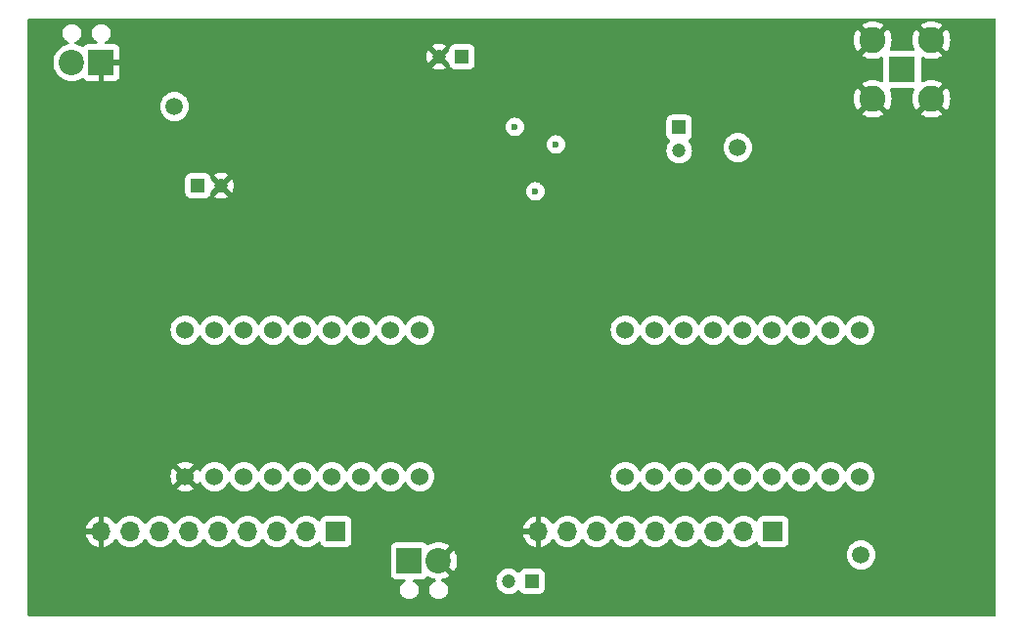
<source format=gbr>
%TF.GenerationSoftware,KiCad,Pcbnew,8.0.1*%
%TF.CreationDate,2024-04-12T18:49:37-04:00*%
%TF.ProjectId,adc_fpga,6164635f-6670-4676-912e-6b696361645f,rev?*%
%TF.SameCoordinates,Original*%
%TF.FileFunction,Copper,L2,Inr*%
%TF.FilePolarity,Positive*%
%FSLAX46Y46*%
G04 Gerber Fmt 4.6, Leading zero omitted, Abs format (unit mm)*
G04 Created by KiCad (PCBNEW 8.0.1) date 2024-04-12 18:49:37*
%MOMM*%
%LPD*%
G01*
G04 APERTURE LIST*
%TA.AperFunction,ComponentPad*%
%ADD10C,1.500000*%
%TD*%
%TA.AperFunction,ComponentPad*%
%ADD11C,1.524000*%
%TD*%
%TA.AperFunction,ComponentPad*%
%ADD12R,1.200000X1.200000*%
%TD*%
%TA.AperFunction,ComponentPad*%
%ADD13C,1.200000*%
%TD*%
%TA.AperFunction,ComponentPad*%
%ADD14R,1.700000X1.700000*%
%TD*%
%TA.AperFunction,ComponentPad*%
%ADD15O,1.700000X1.700000*%
%TD*%
%TA.AperFunction,ComponentPad*%
%ADD16R,2.250000X2.250000*%
%TD*%
%TA.AperFunction,ComponentPad*%
%ADD17C,2.250000*%
%TD*%
%TA.AperFunction,ComponentPad*%
%ADD18R,2.200000X2.200000*%
%TD*%
%TA.AperFunction,ComponentPad*%
%ADD19C,2.200000*%
%TD*%
%TA.AperFunction,ViaPad*%
%ADD20C,0.600000*%
%TD*%
G04 APERTURE END LIST*
D10*
%TO.N,Net-(U3-VRM)*%
%TO.C,TP2*%
X137668000Y-92710000D03*
%TD*%
%TO.N,+3.3V*%
%TO.C,TP4*%
X88900000Y-89154000D03*
%TD*%
%TO.N,Net-(U2-A4)*%
%TO.C,TP1*%
X148336000Y-128016000D03*
%TD*%
D11*
%TO.N,Net-(U2-L1)*%
%TO.C,U2*%
X148245000Y-108530000D03*
%TO.N,Net-(U2-M4)*%
X145705000Y-108530000D03*
%TO.N,Net-(U2-M3)*%
X143165000Y-108530000D03*
%TO.N,Net-(U2-N2)*%
X140625000Y-108530000D03*
%TO.N,Net-(U2-M2)*%
X138085000Y-108530000D03*
%TO.N,Net-(U2-P3)*%
X135545000Y-108530000D03*
%TO.N,Net-(U2-N3)*%
X133005000Y-108530000D03*
%TO.N,Net-(U2-P1)*%
X130465000Y-108530000D03*
%TO.N,Net-(U2-N1)*%
X127925000Y-108530000D03*
%TO.N,Net-(U2-P14)*%
X110145000Y-108530000D03*
%TO.N,Net-(U2-P15)*%
X107605000Y-108530000D03*
%TO.N,Net-(U2-N13)*%
X105065000Y-108530000D03*
%TO.N,Net-(U2-N15)*%
X102525000Y-108530000D03*
%TO.N,Net-(U2-N14)*%
X99985000Y-108530000D03*
%TO.N,Net-(U2-M15)*%
X97445000Y-108530000D03*
%TO.N,Net-(U2-M14)*%
X94905000Y-108530000D03*
%TO.N,Net-(U2-L15)*%
X92365000Y-108530000D03*
%TO.N,+5V*%
X89825000Y-108530000D03*
%TO.N,GND*%
X89825000Y-121230000D03*
%TO.N,Net-(U2-L14)*%
X92365000Y-121230000D03*
%TO.N,Net-(U2-K14)*%
X94905000Y-121230000D03*
%TO.N,Net-(U2-J15)*%
X97445000Y-121230000D03*
%TO.N,Net-(U2-L13)*%
X99985000Y-121230000D03*
%TO.N,Net-(U2-M13)*%
X102525000Y-121230000D03*
%TO.N,Net-(U2-J11)*%
X105065000Y-121230000D03*
%TO.N,Net-(U2-A32)*%
X107605000Y-121230000D03*
%TO.N,Net-(U2-A33)*%
X110145000Y-121230000D03*
%TO.N,Net-(U2-C5)*%
X127925000Y-121230000D03*
%TO.N,Net-(U2-A2)*%
X130465000Y-121230000D03*
%TO.N,Net-(U2-B2)*%
X133005000Y-121230000D03*
%TO.N,Net-(U2-B1)*%
X135545000Y-121230000D03*
%TO.N,Net-(U2-C1)*%
X138085000Y-121230000D03*
%TO.N,Net-(U2-B3)*%
X140625000Y-121230000D03*
%TO.N,Net-(U2-B4)*%
X143165000Y-121230000D03*
%TO.N,Net-(U2-A3)*%
X145705000Y-121230000D03*
%TO.N,Net-(U2-A4)*%
X148245000Y-121230000D03*
%TD*%
D12*
%TO.N,Net-(U3-VRP)*%
%TO.C,C8*%
X132588000Y-90975401D03*
D13*
%TO.N,Net-(U3-VRN)*%
X132588000Y-92975401D03*
%TD*%
D12*
%TO.N,+3.3V*%
%TO.C,C4*%
X113792000Y-84836000D03*
D13*
%TO.N,GND*%
X111792000Y-84836000D03*
%TD*%
D14*
%TO.N,Net-(U2-A33)*%
%TO.C,J5*%
X102870000Y-125984000D03*
D15*
%TO.N,Net-(U2-A32)*%
X100330000Y-125984000D03*
%TO.N,Net-(U2-J11)*%
X97790000Y-125984000D03*
%TO.N,Net-(U2-M13)*%
X95250000Y-125984000D03*
%TO.N,Net-(U2-L13)*%
X92710000Y-125984000D03*
%TO.N,Net-(U2-J15)*%
X90170000Y-125984000D03*
%TO.N,Net-(U2-K14)*%
X87630000Y-125984000D03*
%TO.N,Net-(U2-L14)*%
X85090000Y-125984000D03*
%TO.N,GND*%
X82550000Y-125984000D03*
%TD*%
D14*
%TO.N,Net-(U2-A3)*%
%TO.C,J3*%
X140716000Y-125984000D03*
D15*
%TO.N,Net-(U2-B4)*%
X138176000Y-125984000D03*
%TO.N,Net-(U2-B3)*%
X135636000Y-125984000D03*
%TO.N,Net-(U2-C1)*%
X133096000Y-125984000D03*
%TO.N,Net-(U2-B1)*%
X130556000Y-125984000D03*
%TO.N,Net-(U2-B2)*%
X128016000Y-125984000D03*
%TO.N,Net-(U2-A2)*%
X125476000Y-125984000D03*
%TO.N,Net-(U2-C5)*%
X122936000Y-125984000D03*
%TO.N,GND*%
X120396000Y-125984000D03*
%TD*%
D16*
%TO.N,Net-(J1-In)*%
%TO.C,J1*%
X151892000Y-85959500D03*
D17*
%TO.N,GND*%
X154432000Y-83419500D03*
X149352000Y-83419500D03*
X154432000Y-88499500D03*
X149352000Y-88499500D03*
%TD*%
D12*
%TO.N,Net-(U1--)*%
%TO.C,C19*%
X119844600Y-130302000D03*
D13*
%TO.N,Net-(J2-Pin_1)*%
X117844600Y-130302000D03*
%TD*%
D18*
%TO.N,Net-(J2-Pin_1)*%
%TO.C,J2*%
X109220000Y-128524000D03*
D19*
%TO.N,GND*%
X111760000Y-128524000D03*
%TD*%
D12*
%TO.N,+3.3V*%
%TO.C,C15*%
X90932000Y-96012000D03*
D13*
%TO.N,GND*%
X92932000Y-96012000D03*
%TD*%
D18*
%TO.N,GND*%
%TO.C,J4*%
X82550000Y-85344000D03*
D19*
%TO.N,+5V*%
X80010000Y-85344000D03*
%TD*%
D20*
%TO.N,GND*%
X99822000Y-105410000D03*
X96012000Y-105410000D03*
X141224000Y-83312000D03*
%TO.N,+3.3V*%
X120142000Y-96520000D03*
%TO.N,GND*%
X120396000Y-102870000D03*
X128524000Y-89408000D03*
X128524000Y-94742000D03*
X128524000Y-93218000D03*
%TO.N,+3.3V*%
X118364000Y-90932000D03*
X121920000Y-92456000D03*
%TO.N,GND*%
X128524000Y-91186000D03*
X124206000Y-84328000D03*
X124206000Y-86868000D03*
X116332000Y-91186000D03*
X115316000Y-87376000D03*
X122428000Y-93980000D03*
X118872000Y-96520000D03*
X116332000Y-92456000D03*
X119634000Y-90424000D03*
X117348000Y-90424000D03*
X116586000Y-90424000D03*
X136736000Y-83312000D03*
X130302000Y-129794000D03*
X123698000Y-132588000D03*
X138176000Y-129032000D03*
X92710000Y-104140000D03*
%TD*%
%TA.AperFunction,Conductor*%
%TO.N,GND*%
G36*
X159963039Y-81546185D02*
G01*
X160008794Y-81598989D01*
X160020000Y-81650500D01*
X160020000Y-133226000D01*
X160000315Y-133293039D01*
X159947511Y-133338794D01*
X159896000Y-133350000D01*
X76324000Y-133350000D01*
X76256961Y-133330315D01*
X76211206Y-133277511D01*
X76200000Y-133226000D01*
X76200000Y-129671870D01*
X107619500Y-129671870D01*
X107619501Y-129671876D01*
X107625908Y-129731483D01*
X107676202Y-129866328D01*
X107676206Y-129866335D01*
X107762452Y-129981544D01*
X107762455Y-129981547D01*
X107877664Y-130067793D01*
X107877671Y-130067797D01*
X108012517Y-130118091D01*
X108012516Y-130118091D01*
X108019444Y-130118835D01*
X108072127Y-130124500D01*
X108776427Y-130124499D01*
X108843464Y-130144183D01*
X108889219Y-130196987D01*
X108899163Y-130266146D01*
X108870138Y-130329702D01*
X108845316Y-130351601D01*
X108709711Y-130442210D01*
X108709707Y-130442213D01*
X108598213Y-130553707D01*
X108598210Y-130553711D01*
X108510609Y-130684814D01*
X108510602Y-130684827D01*
X108450264Y-130830498D01*
X108450261Y-130830510D01*
X108419500Y-130985153D01*
X108419500Y-131142846D01*
X108450261Y-131297489D01*
X108450264Y-131297501D01*
X108510602Y-131443172D01*
X108510609Y-131443185D01*
X108598210Y-131574288D01*
X108598213Y-131574292D01*
X108709707Y-131685786D01*
X108709711Y-131685789D01*
X108840814Y-131773390D01*
X108840827Y-131773397D01*
X108986498Y-131833735D01*
X108986503Y-131833737D01*
X109141153Y-131864499D01*
X109141156Y-131864500D01*
X109141158Y-131864500D01*
X109298844Y-131864500D01*
X109298845Y-131864499D01*
X109453497Y-131833737D01*
X109599179Y-131773394D01*
X109730289Y-131685789D01*
X109841789Y-131574289D01*
X109929394Y-131443179D01*
X109989737Y-131297497D01*
X110020500Y-131142842D01*
X110020500Y-130985158D01*
X110020500Y-130985155D01*
X110020499Y-130985153D01*
X110013481Y-130949872D01*
X109989737Y-130830503D01*
X109989735Y-130830498D01*
X109929397Y-130684827D01*
X109929390Y-130684814D01*
X109841789Y-130553711D01*
X109841786Y-130553707D01*
X109730292Y-130442213D01*
X109730288Y-130442210D01*
X109594683Y-130351601D01*
X109549878Y-130297989D01*
X109541171Y-130228664D01*
X109571326Y-130165636D01*
X109630769Y-130128917D01*
X109663571Y-130124499D01*
X110367872Y-130124499D01*
X110427483Y-130118091D01*
X110562331Y-130067796D01*
X110677546Y-129981546D01*
X110735229Y-129904491D01*
X110791161Y-129862622D01*
X110860853Y-129857638D01*
X110899284Y-129873077D01*
X111031368Y-129954019D01*
X111264044Y-130050396D01*
X111431828Y-130090677D01*
X111492421Y-130125467D01*
X111524585Y-130187493D01*
X111518109Y-130257062D01*
X111475050Y-130312087D01*
X111450335Y-130325812D01*
X111380824Y-130354604D01*
X111380814Y-130354609D01*
X111249711Y-130442210D01*
X111249707Y-130442213D01*
X111138213Y-130553707D01*
X111138210Y-130553711D01*
X111050609Y-130684814D01*
X111050602Y-130684827D01*
X110990264Y-130830498D01*
X110990261Y-130830510D01*
X110959500Y-130985153D01*
X110959500Y-131142846D01*
X110990261Y-131297489D01*
X110990264Y-131297501D01*
X111050602Y-131443172D01*
X111050609Y-131443185D01*
X111138210Y-131574288D01*
X111138213Y-131574292D01*
X111249707Y-131685786D01*
X111249711Y-131685789D01*
X111380814Y-131773390D01*
X111380827Y-131773397D01*
X111526498Y-131833735D01*
X111526503Y-131833737D01*
X111681153Y-131864499D01*
X111681156Y-131864500D01*
X111681158Y-131864500D01*
X111838844Y-131864500D01*
X111838845Y-131864499D01*
X111993497Y-131833737D01*
X112139179Y-131773394D01*
X112270289Y-131685789D01*
X112381789Y-131574289D01*
X112469394Y-131443179D01*
X112529737Y-131297497D01*
X112560500Y-131142842D01*
X112560500Y-130985158D01*
X112560500Y-130985155D01*
X112560499Y-130985153D01*
X112553481Y-130949872D01*
X112529737Y-130830503D01*
X112529735Y-130830498D01*
X112469397Y-130684827D01*
X112469390Y-130684814D01*
X112381789Y-130553711D01*
X112381786Y-130553707D01*
X112270292Y-130442213D01*
X112270288Y-130442210D01*
X112139185Y-130354609D01*
X112139172Y-130354602D01*
X112069665Y-130325812D01*
X112040116Y-130302000D01*
X116739385Y-130302000D01*
X116758202Y-130505082D01*
X116814017Y-130701247D01*
X116814022Y-130701260D01*
X116904927Y-130883821D01*
X117027837Y-131046581D01*
X117178558Y-131183980D01*
X117178560Y-131183982D01*
X117178562Y-131183983D01*
X117351963Y-131291348D01*
X117542144Y-131365024D01*
X117742624Y-131402500D01*
X117742626Y-131402500D01*
X117946574Y-131402500D01*
X117946576Y-131402500D01*
X118147056Y-131365024D01*
X118337237Y-131291348D01*
X118510641Y-131183981D01*
X118602617Y-131100133D01*
X118665418Y-131069518D01*
X118734805Y-131077715D01*
X118788746Y-131122125D01*
X118796273Y-131136698D01*
X118796553Y-131136546D01*
X118800806Y-131144335D01*
X118887052Y-131259544D01*
X118887055Y-131259547D01*
X119002264Y-131345793D01*
X119002271Y-131345797D01*
X119137117Y-131396091D01*
X119137116Y-131396091D01*
X119144044Y-131396835D01*
X119196727Y-131402500D01*
X120492472Y-131402499D01*
X120552083Y-131396091D01*
X120686931Y-131345796D01*
X120802146Y-131259546D01*
X120888396Y-131144331D01*
X120938691Y-131009483D01*
X120945100Y-130949873D01*
X120945099Y-129654128D01*
X120938691Y-129594517D01*
X120891570Y-129468180D01*
X120888397Y-129459671D01*
X120888393Y-129459664D01*
X120802147Y-129344455D01*
X120802144Y-129344452D01*
X120686935Y-129258206D01*
X120686928Y-129258202D01*
X120552082Y-129207908D01*
X120552083Y-129207908D01*
X120492483Y-129201501D01*
X120492481Y-129201500D01*
X120492473Y-129201500D01*
X120492464Y-129201500D01*
X119196729Y-129201500D01*
X119196723Y-129201501D01*
X119137116Y-129207908D01*
X119002271Y-129258202D01*
X119002264Y-129258206D01*
X118887055Y-129344452D01*
X118887052Y-129344455D01*
X118800806Y-129459664D01*
X118796553Y-129467454D01*
X118794341Y-129466246D01*
X118760440Y-129511511D01*
X118694970Y-129535913D01*
X118626701Y-129521045D01*
X118602615Y-129503864D01*
X118510641Y-129420019D01*
X118510639Y-129420017D01*
X118337242Y-129312655D01*
X118337235Y-129312651D01*
X118230435Y-129271277D01*
X118147056Y-129238976D01*
X117946576Y-129201500D01*
X117742624Y-129201500D01*
X117542144Y-129238976D01*
X117542141Y-129238976D01*
X117542141Y-129238977D01*
X117351964Y-129312651D01*
X117351957Y-129312655D01*
X117178560Y-129420017D01*
X117178558Y-129420019D01*
X117027837Y-129557418D01*
X116904927Y-129720178D01*
X116814022Y-129902739D01*
X116814017Y-129902752D01*
X116758202Y-130098917D01*
X116739385Y-130301999D01*
X116739385Y-130302000D01*
X112040116Y-130302000D01*
X112015261Y-130281971D01*
X111993196Y-130215677D01*
X112010475Y-130147978D01*
X112061612Y-130100367D01*
X112088171Y-130090677D01*
X112255955Y-130050396D01*
X112488631Y-129954019D01*
X112703361Y-129822432D01*
X112703363Y-129822430D01*
X112704180Y-129821732D01*
X111930235Y-129047787D01*
X111972292Y-129036518D01*
X112097708Y-128964110D01*
X112200110Y-128861708D01*
X112272518Y-128736292D01*
X112283787Y-128694234D01*
X113057732Y-129468180D01*
X113058430Y-129467363D01*
X113058432Y-129467361D01*
X113190019Y-129252631D01*
X113286396Y-129019956D01*
X113345187Y-128775072D01*
X113364947Y-128524000D01*
X113345187Y-128272927D01*
X113286396Y-128028043D01*
X113281408Y-128016002D01*
X147080723Y-128016002D01*
X147099793Y-128233975D01*
X147099793Y-128233979D01*
X147156422Y-128445322D01*
X147156424Y-128445326D01*
X147156425Y-128445330D01*
X147202661Y-128544484D01*
X147248897Y-128643638D01*
X147248898Y-128643639D01*
X147374402Y-128822877D01*
X147529123Y-128977598D01*
X147708361Y-129103102D01*
X147906670Y-129195575D01*
X148118023Y-129252207D01*
X148300926Y-129268208D01*
X148335998Y-129271277D01*
X148336000Y-129271277D01*
X148336002Y-129271277D01*
X148364254Y-129268805D01*
X148553977Y-129252207D01*
X148765330Y-129195575D01*
X148963639Y-129103102D01*
X149142877Y-128977598D01*
X149297598Y-128822877D01*
X149423102Y-128643639D01*
X149515575Y-128445330D01*
X149572207Y-128233977D01*
X149588805Y-128044254D01*
X149591277Y-128016002D01*
X149591277Y-128015997D01*
X149587569Y-127973618D01*
X149572207Y-127798023D01*
X149515575Y-127586670D01*
X149423102Y-127388362D01*
X149423100Y-127388359D01*
X149423099Y-127388357D01*
X149297599Y-127209124D01*
X149231981Y-127143506D01*
X149142877Y-127054402D01*
X149004978Y-126957844D01*
X148963638Y-126928897D01*
X148862774Y-126881864D01*
X148765330Y-126836425D01*
X148765326Y-126836424D01*
X148765322Y-126836422D01*
X148553977Y-126779793D01*
X148336002Y-126760723D01*
X148335998Y-126760723D01*
X148190682Y-126773436D01*
X148118023Y-126779793D01*
X148118020Y-126779793D01*
X147906677Y-126836422D01*
X147906668Y-126836426D01*
X147708361Y-126928898D01*
X147708357Y-126928900D01*
X147529121Y-127054402D01*
X147374402Y-127209121D01*
X147248900Y-127388357D01*
X147248898Y-127388361D01*
X147156426Y-127586668D01*
X147156422Y-127586677D01*
X147099793Y-127798020D01*
X147099793Y-127798024D01*
X147080723Y-128015997D01*
X147080723Y-128016002D01*
X113281408Y-128016002D01*
X113190019Y-127795368D01*
X113058429Y-127580634D01*
X113057733Y-127579819D01*
X113057732Y-127579819D01*
X112283787Y-128353764D01*
X112272518Y-128311708D01*
X112200110Y-128186292D01*
X112097708Y-128083890D01*
X111972292Y-128011482D01*
X111930234Y-128000212D01*
X112704179Y-127226266D01*
X112703362Y-127225568D01*
X112488631Y-127093980D01*
X112255956Y-126997603D01*
X112011072Y-126938812D01*
X111760000Y-126919052D01*
X111508927Y-126938812D01*
X111264043Y-126997603D01*
X111031373Y-127093978D01*
X110899284Y-127174923D01*
X110831838Y-127193167D01*
X110765235Y-127172051D01*
X110735228Y-127143506D01*
X110677547Y-127066455D01*
X110677544Y-127066452D01*
X110562335Y-126980206D01*
X110562328Y-126980202D01*
X110427482Y-126929908D01*
X110427483Y-126929908D01*
X110367883Y-126923501D01*
X110367881Y-126923500D01*
X110367873Y-126923500D01*
X110367864Y-126923500D01*
X108072129Y-126923500D01*
X108072123Y-126923501D01*
X108012516Y-126929908D01*
X107877671Y-126980202D01*
X107877664Y-126980206D01*
X107762455Y-127066452D01*
X107762452Y-127066455D01*
X107676206Y-127181664D01*
X107676202Y-127181671D01*
X107625908Y-127316517D01*
X107619501Y-127376116D01*
X107619500Y-127376135D01*
X107619500Y-129671870D01*
X76200000Y-129671870D01*
X76200000Y-126234000D01*
X81219364Y-126234000D01*
X81276567Y-126447486D01*
X81276570Y-126447492D01*
X81376399Y-126661578D01*
X81511894Y-126855082D01*
X81678917Y-127022105D01*
X81872421Y-127157600D01*
X82086507Y-127257429D01*
X82086516Y-127257433D01*
X82300000Y-127314634D01*
X82300000Y-126417012D01*
X82357007Y-126449925D01*
X82484174Y-126484000D01*
X82615826Y-126484000D01*
X82742993Y-126449925D01*
X82800000Y-126417012D01*
X82800000Y-127314633D01*
X83013483Y-127257433D01*
X83013492Y-127257429D01*
X83227578Y-127157600D01*
X83421082Y-127022105D01*
X83588105Y-126855082D01*
X83718119Y-126669405D01*
X83772696Y-126625781D01*
X83842195Y-126618588D01*
X83904549Y-126650110D01*
X83921269Y-126669405D01*
X84051505Y-126855401D01*
X84218599Y-127022495D01*
X84315384Y-127090265D01*
X84412165Y-127158032D01*
X84412167Y-127158033D01*
X84412170Y-127158035D01*
X84626337Y-127257903D01*
X84854592Y-127319063D01*
X85031034Y-127334500D01*
X85089999Y-127339659D01*
X85090000Y-127339659D01*
X85090001Y-127339659D01*
X85148966Y-127334500D01*
X85325408Y-127319063D01*
X85553663Y-127257903D01*
X85767830Y-127158035D01*
X85961401Y-127022495D01*
X86128495Y-126855401D01*
X86258425Y-126669842D01*
X86313002Y-126626217D01*
X86382500Y-126619023D01*
X86444855Y-126650546D01*
X86461575Y-126669842D01*
X86591281Y-126855082D01*
X86591505Y-126855401D01*
X86758599Y-127022495D01*
X86855384Y-127090265D01*
X86952165Y-127158032D01*
X86952167Y-127158033D01*
X86952170Y-127158035D01*
X87166337Y-127257903D01*
X87394592Y-127319063D01*
X87571034Y-127334500D01*
X87629999Y-127339659D01*
X87630000Y-127339659D01*
X87630001Y-127339659D01*
X87688966Y-127334500D01*
X87865408Y-127319063D01*
X88093663Y-127257903D01*
X88307830Y-127158035D01*
X88501401Y-127022495D01*
X88668495Y-126855401D01*
X88798425Y-126669842D01*
X88853002Y-126626217D01*
X88922500Y-126619023D01*
X88984855Y-126650546D01*
X89001575Y-126669842D01*
X89131281Y-126855082D01*
X89131505Y-126855401D01*
X89298599Y-127022495D01*
X89395384Y-127090265D01*
X89492165Y-127158032D01*
X89492167Y-127158033D01*
X89492170Y-127158035D01*
X89706337Y-127257903D01*
X89934592Y-127319063D01*
X90111034Y-127334500D01*
X90169999Y-127339659D01*
X90170000Y-127339659D01*
X90170001Y-127339659D01*
X90228966Y-127334500D01*
X90405408Y-127319063D01*
X90633663Y-127257903D01*
X90847830Y-127158035D01*
X91041401Y-127022495D01*
X91208495Y-126855401D01*
X91338425Y-126669842D01*
X91393002Y-126626217D01*
X91462500Y-126619023D01*
X91524855Y-126650546D01*
X91541575Y-126669842D01*
X91671281Y-126855082D01*
X91671505Y-126855401D01*
X91838599Y-127022495D01*
X91935384Y-127090265D01*
X92032165Y-127158032D01*
X92032167Y-127158033D01*
X92032170Y-127158035D01*
X92246337Y-127257903D01*
X92474592Y-127319063D01*
X92651034Y-127334500D01*
X92709999Y-127339659D01*
X92710000Y-127339659D01*
X92710001Y-127339659D01*
X92768966Y-127334500D01*
X92945408Y-127319063D01*
X93173663Y-127257903D01*
X93387830Y-127158035D01*
X93581401Y-127022495D01*
X93748495Y-126855401D01*
X93878425Y-126669842D01*
X93933002Y-126626217D01*
X94002500Y-126619023D01*
X94064855Y-126650546D01*
X94081575Y-126669842D01*
X94211281Y-126855082D01*
X94211505Y-126855401D01*
X94378599Y-127022495D01*
X94475384Y-127090265D01*
X94572165Y-127158032D01*
X94572167Y-127158033D01*
X94572170Y-127158035D01*
X94786337Y-127257903D01*
X95014592Y-127319063D01*
X95191034Y-127334500D01*
X95249999Y-127339659D01*
X95250000Y-127339659D01*
X95250001Y-127339659D01*
X95308966Y-127334500D01*
X95485408Y-127319063D01*
X95713663Y-127257903D01*
X95927830Y-127158035D01*
X96121401Y-127022495D01*
X96288495Y-126855401D01*
X96418425Y-126669842D01*
X96473002Y-126626217D01*
X96542500Y-126619023D01*
X96604855Y-126650546D01*
X96621575Y-126669842D01*
X96751281Y-126855082D01*
X96751505Y-126855401D01*
X96918599Y-127022495D01*
X97015384Y-127090265D01*
X97112165Y-127158032D01*
X97112167Y-127158033D01*
X97112170Y-127158035D01*
X97326337Y-127257903D01*
X97554592Y-127319063D01*
X97731034Y-127334500D01*
X97789999Y-127339659D01*
X97790000Y-127339659D01*
X97790001Y-127339659D01*
X97848966Y-127334500D01*
X98025408Y-127319063D01*
X98253663Y-127257903D01*
X98467830Y-127158035D01*
X98661401Y-127022495D01*
X98828495Y-126855401D01*
X98958425Y-126669842D01*
X99013002Y-126626217D01*
X99082500Y-126619023D01*
X99144855Y-126650546D01*
X99161575Y-126669842D01*
X99291281Y-126855082D01*
X99291505Y-126855401D01*
X99458599Y-127022495D01*
X99555384Y-127090265D01*
X99652165Y-127158032D01*
X99652167Y-127158033D01*
X99652170Y-127158035D01*
X99866337Y-127257903D01*
X100094592Y-127319063D01*
X100271034Y-127334500D01*
X100329999Y-127339659D01*
X100330000Y-127339659D01*
X100330001Y-127339659D01*
X100388966Y-127334500D01*
X100565408Y-127319063D01*
X100793663Y-127257903D01*
X101007830Y-127158035D01*
X101201401Y-127022495D01*
X101323329Y-126900566D01*
X101384648Y-126867084D01*
X101454340Y-126872068D01*
X101510274Y-126913939D01*
X101527189Y-126944917D01*
X101576202Y-127076328D01*
X101576206Y-127076335D01*
X101662452Y-127191544D01*
X101662455Y-127191547D01*
X101777664Y-127277793D01*
X101777671Y-127277797D01*
X101912517Y-127328091D01*
X101912516Y-127328091D01*
X101919444Y-127328835D01*
X101972127Y-127334500D01*
X103767872Y-127334499D01*
X103827483Y-127328091D01*
X103962331Y-127277796D01*
X104077546Y-127191546D01*
X104163796Y-127076331D01*
X104214091Y-126941483D01*
X104220500Y-126881873D01*
X104220500Y-126234000D01*
X119065364Y-126234000D01*
X119122567Y-126447486D01*
X119122570Y-126447492D01*
X119222399Y-126661578D01*
X119357894Y-126855082D01*
X119524917Y-127022105D01*
X119718421Y-127157600D01*
X119932507Y-127257429D01*
X119932516Y-127257433D01*
X120146000Y-127314634D01*
X120146000Y-126417012D01*
X120203007Y-126449925D01*
X120330174Y-126484000D01*
X120461826Y-126484000D01*
X120588993Y-126449925D01*
X120646000Y-126417012D01*
X120646000Y-127314634D01*
X120859483Y-127257433D01*
X120859492Y-127257429D01*
X121073578Y-127157600D01*
X121267082Y-127022105D01*
X121434105Y-126855082D01*
X121564119Y-126669405D01*
X121618696Y-126625781D01*
X121688195Y-126618588D01*
X121750549Y-126650110D01*
X121767269Y-126669405D01*
X121897505Y-126855401D01*
X122064599Y-127022495D01*
X122161384Y-127090265D01*
X122258165Y-127158032D01*
X122258167Y-127158033D01*
X122258170Y-127158035D01*
X122472337Y-127257903D01*
X122700592Y-127319063D01*
X122877034Y-127334500D01*
X122935999Y-127339659D01*
X122936000Y-127339659D01*
X122936001Y-127339659D01*
X122994966Y-127334500D01*
X123171408Y-127319063D01*
X123399663Y-127257903D01*
X123613830Y-127158035D01*
X123807401Y-127022495D01*
X123974495Y-126855401D01*
X124104425Y-126669842D01*
X124159002Y-126626217D01*
X124228500Y-126619023D01*
X124290855Y-126650546D01*
X124307575Y-126669842D01*
X124437281Y-126855082D01*
X124437505Y-126855401D01*
X124604599Y-127022495D01*
X124701384Y-127090265D01*
X124798165Y-127158032D01*
X124798167Y-127158033D01*
X124798170Y-127158035D01*
X125012337Y-127257903D01*
X125240592Y-127319063D01*
X125417034Y-127334500D01*
X125475999Y-127339659D01*
X125476000Y-127339659D01*
X125476001Y-127339659D01*
X125534966Y-127334500D01*
X125711408Y-127319063D01*
X125939663Y-127257903D01*
X126153830Y-127158035D01*
X126347401Y-127022495D01*
X126514495Y-126855401D01*
X126644425Y-126669842D01*
X126699002Y-126626217D01*
X126768500Y-126619023D01*
X126830855Y-126650546D01*
X126847575Y-126669842D01*
X126977281Y-126855082D01*
X126977505Y-126855401D01*
X127144599Y-127022495D01*
X127241384Y-127090265D01*
X127338165Y-127158032D01*
X127338167Y-127158033D01*
X127338170Y-127158035D01*
X127552337Y-127257903D01*
X127780592Y-127319063D01*
X127957034Y-127334500D01*
X128015999Y-127339659D01*
X128016000Y-127339659D01*
X128016001Y-127339659D01*
X128074966Y-127334500D01*
X128251408Y-127319063D01*
X128479663Y-127257903D01*
X128693830Y-127158035D01*
X128887401Y-127022495D01*
X129054495Y-126855401D01*
X129184425Y-126669842D01*
X129239002Y-126626217D01*
X129308500Y-126619023D01*
X129370855Y-126650546D01*
X129387575Y-126669842D01*
X129517281Y-126855082D01*
X129517505Y-126855401D01*
X129684599Y-127022495D01*
X129781384Y-127090265D01*
X129878165Y-127158032D01*
X129878167Y-127158033D01*
X129878170Y-127158035D01*
X130092337Y-127257903D01*
X130320592Y-127319063D01*
X130497034Y-127334500D01*
X130555999Y-127339659D01*
X130556000Y-127339659D01*
X130556001Y-127339659D01*
X130614966Y-127334500D01*
X130791408Y-127319063D01*
X131019663Y-127257903D01*
X131233830Y-127158035D01*
X131427401Y-127022495D01*
X131594495Y-126855401D01*
X131724425Y-126669842D01*
X131779002Y-126626217D01*
X131848500Y-126619023D01*
X131910855Y-126650546D01*
X131927575Y-126669842D01*
X132057281Y-126855082D01*
X132057505Y-126855401D01*
X132224599Y-127022495D01*
X132321384Y-127090265D01*
X132418165Y-127158032D01*
X132418167Y-127158033D01*
X132418170Y-127158035D01*
X132632337Y-127257903D01*
X132860592Y-127319063D01*
X133037034Y-127334500D01*
X133095999Y-127339659D01*
X133096000Y-127339659D01*
X133096001Y-127339659D01*
X133154966Y-127334500D01*
X133331408Y-127319063D01*
X133559663Y-127257903D01*
X133773830Y-127158035D01*
X133967401Y-127022495D01*
X134134495Y-126855401D01*
X134264425Y-126669842D01*
X134319002Y-126626217D01*
X134388500Y-126619023D01*
X134450855Y-126650546D01*
X134467575Y-126669842D01*
X134597281Y-126855082D01*
X134597505Y-126855401D01*
X134764599Y-127022495D01*
X134861384Y-127090265D01*
X134958165Y-127158032D01*
X134958167Y-127158033D01*
X134958170Y-127158035D01*
X135172337Y-127257903D01*
X135400592Y-127319063D01*
X135577034Y-127334500D01*
X135635999Y-127339659D01*
X135636000Y-127339659D01*
X135636001Y-127339659D01*
X135694966Y-127334500D01*
X135871408Y-127319063D01*
X136099663Y-127257903D01*
X136313830Y-127158035D01*
X136507401Y-127022495D01*
X136674495Y-126855401D01*
X136804425Y-126669842D01*
X136859002Y-126626217D01*
X136928500Y-126619023D01*
X136990855Y-126650546D01*
X137007575Y-126669842D01*
X137137281Y-126855082D01*
X137137505Y-126855401D01*
X137304599Y-127022495D01*
X137401384Y-127090265D01*
X137498165Y-127158032D01*
X137498167Y-127158033D01*
X137498170Y-127158035D01*
X137712337Y-127257903D01*
X137940592Y-127319063D01*
X138117034Y-127334500D01*
X138175999Y-127339659D01*
X138176000Y-127339659D01*
X138176001Y-127339659D01*
X138234966Y-127334500D01*
X138411408Y-127319063D01*
X138639663Y-127257903D01*
X138853830Y-127158035D01*
X139047401Y-127022495D01*
X139169329Y-126900566D01*
X139230648Y-126867084D01*
X139300340Y-126872068D01*
X139356274Y-126913939D01*
X139373189Y-126944917D01*
X139422202Y-127076328D01*
X139422206Y-127076335D01*
X139508452Y-127191544D01*
X139508455Y-127191547D01*
X139623664Y-127277793D01*
X139623671Y-127277797D01*
X139758517Y-127328091D01*
X139758516Y-127328091D01*
X139765444Y-127328835D01*
X139818127Y-127334500D01*
X141613872Y-127334499D01*
X141673483Y-127328091D01*
X141808331Y-127277796D01*
X141923546Y-127191546D01*
X142009796Y-127076331D01*
X142060091Y-126941483D01*
X142066500Y-126881873D01*
X142066499Y-125086128D01*
X142060091Y-125026517D01*
X142058810Y-125023083D01*
X142009797Y-124891671D01*
X142009793Y-124891664D01*
X141923547Y-124776455D01*
X141923544Y-124776452D01*
X141808335Y-124690206D01*
X141808328Y-124690202D01*
X141673482Y-124639908D01*
X141673483Y-124639908D01*
X141613883Y-124633501D01*
X141613881Y-124633500D01*
X141613873Y-124633500D01*
X141613864Y-124633500D01*
X139818129Y-124633500D01*
X139818123Y-124633501D01*
X139758516Y-124639908D01*
X139623671Y-124690202D01*
X139623664Y-124690206D01*
X139508455Y-124776452D01*
X139508452Y-124776455D01*
X139422206Y-124891664D01*
X139422203Y-124891669D01*
X139373189Y-125023083D01*
X139331317Y-125079016D01*
X139265853Y-125103433D01*
X139197580Y-125088581D01*
X139169326Y-125067430D01*
X139047402Y-124945506D01*
X139047395Y-124945501D01*
X138853834Y-124809967D01*
X138853830Y-124809965D01*
X138853828Y-124809964D01*
X138639663Y-124710097D01*
X138639659Y-124710096D01*
X138639655Y-124710094D01*
X138411413Y-124648938D01*
X138411403Y-124648936D01*
X138176001Y-124628341D01*
X138175999Y-124628341D01*
X137940596Y-124648936D01*
X137940586Y-124648938D01*
X137712344Y-124710094D01*
X137712335Y-124710098D01*
X137498171Y-124809964D01*
X137498169Y-124809965D01*
X137304597Y-124945505D01*
X137137505Y-125112597D01*
X137007575Y-125298158D01*
X136952998Y-125341783D01*
X136883500Y-125348977D01*
X136821145Y-125317454D01*
X136804425Y-125298158D01*
X136674494Y-125112597D01*
X136507402Y-124945506D01*
X136507395Y-124945501D01*
X136313834Y-124809967D01*
X136313830Y-124809965D01*
X136313828Y-124809964D01*
X136099663Y-124710097D01*
X136099659Y-124710096D01*
X136099655Y-124710094D01*
X135871413Y-124648938D01*
X135871403Y-124648936D01*
X135636001Y-124628341D01*
X135635999Y-124628341D01*
X135400596Y-124648936D01*
X135400586Y-124648938D01*
X135172344Y-124710094D01*
X135172335Y-124710098D01*
X134958171Y-124809964D01*
X134958169Y-124809965D01*
X134764597Y-124945505D01*
X134597505Y-125112597D01*
X134467575Y-125298158D01*
X134412998Y-125341783D01*
X134343500Y-125348977D01*
X134281145Y-125317454D01*
X134264425Y-125298158D01*
X134134494Y-125112597D01*
X133967402Y-124945506D01*
X133967395Y-124945501D01*
X133773834Y-124809967D01*
X133773830Y-124809965D01*
X133773828Y-124809964D01*
X133559663Y-124710097D01*
X133559659Y-124710096D01*
X133559655Y-124710094D01*
X133331413Y-124648938D01*
X133331403Y-124648936D01*
X133096001Y-124628341D01*
X133095999Y-124628341D01*
X132860596Y-124648936D01*
X132860586Y-124648938D01*
X132632344Y-124710094D01*
X132632335Y-124710098D01*
X132418171Y-124809964D01*
X132418169Y-124809965D01*
X132224597Y-124945505D01*
X132057505Y-125112597D01*
X131927575Y-125298158D01*
X131872998Y-125341783D01*
X131803500Y-125348977D01*
X131741145Y-125317454D01*
X131724425Y-125298158D01*
X131594494Y-125112597D01*
X131427402Y-124945506D01*
X131427395Y-124945501D01*
X131233834Y-124809967D01*
X131233830Y-124809965D01*
X131233828Y-124809964D01*
X131019663Y-124710097D01*
X131019659Y-124710096D01*
X131019655Y-124710094D01*
X130791413Y-124648938D01*
X130791403Y-124648936D01*
X130556001Y-124628341D01*
X130555999Y-124628341D01*
X130320596Y-124648936D01*
X130320586Y-124648938D01*
X130092344Y-124710094D01*
X130092335Y-124710098D01*
X129878171Y-124809964D01*
X129878169Y-124809965D01*
X129684597Y-124945505D01*
X129517505Y-125112597D01*
X129387575Y-125298158D01*
X129332998Y-125341783D01*
X129263500Y-125348977D01*
X129201145Y-125317454D01*
X129184425Y-125298158D01*
X129054494Y-125112597D01*
X128887402Y-124945506D01*
X128887395Y-124945501D01*
X128693834Y-124809967D01*
X128693830Y-124809965D01*
X128693828Y-124809964D01*
X128479663Y-124710097D01*
X128479659Y-124710096D01*
X128479655Y-124710094D01*
X128251413Y-124648938D01*
X128251403Y-124648936D01*
X128016001Y-124628341D01*
X128015999Y-124628341D01*
X127780596Y-124648936D01*
X127780586Y-124648938D01*
X127552344Y-124710094D01*
X127552335Y-124710098D01*
X127338171Y-124809964D01*
X127338169Y-124809965D01*
X127144597Y-124945505D01*
X126977505Y-125112597D01*
X126847575Y-125298158D01*
X126792998Y-125341783D01*
X126723500Y-125348977D01*
X126661145Y-125317454D01*
X126644425Y-125298158D01*
X126514494Y-125112597D01*
X126347402Y-124945506D01*
X126347395Y-124945501D01*
X126153834Y-124809967D01*
X126153830Y-124809965D01*
X126153828Y-124809964D01*
X125939663Y-124710097D01*
X125939659Y-124710096D01*
X125939655Y-124710094D01*
X125711413Y-124648938D01*
X125711403Y-124648936D01*
X125476001Y-124628341D01*
X125475999Y-124628341D01*
X125240596Y-124648936D01*
X125240586Y-124648938D01*
X125012344Y-124710094D01*
X125012335Y-124710098D01*
X124798171Y-124809964D01*
X124798169Y-124809965D01*
X124604597Y-124945505D01*
X124437505Y-125112597D01*
X124307575Y-125298158D01*
X124252998Y-125341783D01*
X124183500Y-125348977D01*
X124121145Y-125317454D01*
X124104425Y-125298158D01*
X123974494Y-125112597D01*
X123807402Y-124945506D01*
X123807395Y-124945501D01*
X123613834Y-124809967D01*
X123613830Y-124809965D01*
X123613828Y-124809964D01*
X123399663Y-124710097D01*
X123399659Y-124710096D01*
X123399655Y-124710094D01*
X123171413Y-124648938D01*
X123171403Y-124648936D01*
X122936001Y-124628341D01*
X122935999Y-124628341D01*
X122700596Y-124648936D01*
X122700586Y-124648938D01*
X122472344Y-124710094D01*
X122472335Y-124710098D01*
X122258171Y-124809964D01*
X122258169Y-124809965D01*
X122064597Y-124945505D01*
X121897508Y-125112594D01*
X121767269Y-125298595D01*
X121712692Y-125342219D01*
X121643193Y-125349412D01*
X121580839Y-125317890D01*
X121564119Y-125298594D01*
X121434113Y-125112926D01*
X121434108Y-125112920D01*
X121267082Y-124945894D01*
X121073578Y-124810399D01*
X120859492Y-124710570D01*
X120859486Y-124710567D01*
X120646000Y-124653364D01*
X120646000Y-125550988D01*
X120588993Y-125518075D01*
X120461826Y-125484000D01*
X120330174Y-125484000D01*
X120203007Y-125518075D01*
X120146000Y-125550988D01*
X120146000Y-124653364D01*
X120145999Y-124653364D01*
X119932513Y-124710567D01*
X119932507Y-124710570D01*
X119718422Y-124810399D01*
X119718420Y-124810400D01*
X119524926Y-124945886D01*
X119524920Y-124945891D01*
X119357891Y-125112920D01*
X119357886Y-125112926D01*
X119222400Y-125306420D01*
X119222399Y-125306422D01*
X119122570Y-125520507D01*
X119122567Y-125520513D01*
X119065364Y-125733999D01*
X119065364Y-125734000D01*
X119962988Y-125734000D01*
X119930075Y-125791007D01*
X119896000Y-125918174D01*
X119896000Y-126049826D01*
X119930075Y-126176993D01*
X119962988Y-126234000D01*
X119065364Y-126234000D01*
X104220500Y-126234000D01*
X104220499Y-125086128D01*
X104214091Y-125026517D01*
X104212810Y-125023083D01*
X104163797Y-124891671D01*
X104163793Y-124891664D01*
X104077547Y-124776455D01*
X104077544Y-124776452D01*
X103962335Y-124690206D01*
X103962328Y-124690202D01*
X103827482Y-124639908D01*
X103827483Y-124639908D01*
X103767883Y-124633501D01*
X103767881Y-124633500D01*
X103767873Y-124633500D01*
X103767864Y-124633500D01*
X101972129Y-124633500D01*
X101972123Y-124633501D01*
X101912516Y-124639908D01*
X101777671Y-124690202D01*
X101777664Y-124690206D01*
X101662455Y-124776452D01*
X101662452Y-124776455D01*
X101576206Y-124891664D01*
X101576203Y-124891669D01*
X101527189Y-125023083D01*
X101485317Y-125079016D01*
X101419853Y-125103433D01*
X101351580Y-125088581D01*
X101323326Y-125067430D01*
X101201402Y-124945506D01*
X101201395Y-124945501D01*
X101007834Y-124809967D01*
X101007830Y-124809965D01*
X101007828Y-124809964D01*
X100793663Y-124710097D01*
X100793659Y-124710096D01*
X100793655Y-124710094D01*
X100565413Y-124648938D01*
X100565403Y-124648936D01*
X100330001Y-124628341D01*
X100329999Y-124628341D01*
X100094596Y-124648936D01*
X100094586Y-124648938D01*
X99866344Y-124710094D01*
X99866335Y-124710098D01*
X99652171Y-124809964D01*
X99652169Y-124809965D01*
X99458597Y-124945505D01*
X99291505Y-125112597D01*
X99161575Y-125298158D01*
X99106998Y-125341783D01*
X99037500Y-125348977D01*
X98975145Y-125317454D01*
X98958425Y-125298158D01*
X98828494Y-125112597D01*
X98661402Y-124945506D01*
X98661395Y-124945501D01*
X98467834Y-124809967D01*
X98467830Y-124809965D01*
X98467828Y-124809964D01*
X98253663Y-124710097D01*
X98253659Y-124710096D01*
X98253655Y-124710094D01*
X98025413Y-124648938D01*
X98025403Y-124648936D01*
X97790001Y-124628341D01*
X97789999Y-124628341D01*
X97554596Y-124648936D01*
X97554586Y-124648938D01*
X97326344Y-124710094D01*
X97326335Y-124710098D01*
X97112171Y-124809964D01*
X97112169Y-124809965D01*
X96918597Y-124945505D01*
X96751505Y-125112597D01*
X96621575Y-125298158D01*
X96566998Y-125341783D01*
X96497500Y-125348977D01*
X96435145Y-125317454D01*
X96418425Y-125298158D01*
X96288494Y-125112597D01*
X96121402Y-124945506D01*
X96121395Y-124945501D01*
X95927834Y-124809967D01*
X95927830Y-124809965D01*
X95927828Y-124809964D01*
X95713663Y-124710097D01*
X95713659Y-124710096D01*
X95713655Y-124710094D01*
X95485413Y-124648938D01*
X95485403Y-124648936D01*
X95250001Y-124628341D01*
X95249999Y-124628341D01*
X95014596Y-124648936D01*
X95014586Y-124648938D01*
X94786344Y-124710094D01*
X94786335Y-124710098D01*
X94572171Y-124809964D01*
X94572169Y-124809965D01*
X94378597Y-124945505D01*
X94211505Y-125112597D01*
X94081575Y-125298158D01*
X94026998Y-125341783D01*
X93957500Y-125348977D01*
X93895145Y-125317454D01*
X93878425Y-125298158D01*
X93748494Y-125112597D01*
X93581402Y-124945506D01*
X93581395Y-124945501D01*
X93387834Y-124809967D01*
X93387830Y-124809965D01*
X93387828Y-124809964D01*
X93173663Y-124710097D01*
X93173659Y-124710096D01*
X93173655Y-124710094D01*
X92945413Y-124648938D01*
X92945403Y-124648936D01*
X92710001Y-124628341D01*
X92709999Y-124628341D01*
X92474596Y-124648936D01*
X92474586Y-124648938D01*
X92246344Y-124710094D01*
X92246335Y-124710098D01*
X92032171Y-124809964D01*
X92032169Y-124809965D01*
X91838597Y-124945505D01*
X91671505Y-125112597D01*
X91541575Y-125298158D01*
X91486998Y-125341783D01*
X91417500Y-125348977D01*
X91355145Y-125317454D01*
X91338425Y-125298158D01*
X91208494Y-125112597D01*
X91041402Y-124945506D01*
X91041395Y-124945501D01*
X90847834Y-124809967D01*
X90847830Y-124809965D01*
X90847828Y-124809964D01*
X90633663Y-124710097D01*
X90633659Y-124710096D01*
X90633655Y-124710094D01*
X90405413Y-124648938D01*
X90405403Y-124648936D01*
X90170001Y-124628341D01*
X90169999Y-124628341D01*
X89934596Y-124648936D01*
X89934586Y-124648938D01*
X89706344Y-124710094D01*
X89706335Y-124710098D01*
X89492171Y-124809964D01*
X89492169Y-124809965D01*
X89298597Y-124945505D01*
X89131505Y-125112597D01*
X89001575Y-125298158D01*
X88946998Y-125341783D01*
X88877500Y-125348977D01*
X88815145Y-125317454D01*
X88798425Y-125298158D01*
X88668494Y-125112597D01*
X88501402Y-124945506D01*
X88501395Y-124945501D01*
X88307834Y-124809967D01*
X88307830Y-124809965D01*
X88307828Y-124809964D01*
X88093663Y-124710097D01*
X88093659Y-124710096D01*
X88093655Y-124710094D01*
X87865413Y-124648938D01*
X87865403Y-124648936D01*
X87630001Y-124628341D01*
X87629999Y-124628341D01*
X87394596Y-124648936D01*
X87394586Y-124648938D01*
X87166344Y-124710094D01*
X87166335Y-124710098D01*
X86952171Y-124809964D01*
X86952169Y-124809965D01*
X86758597Y-124945505D01*
X86591505Y-125112597D01*
X86461575Y-125298158D01*
X86406998Y-125341783D01*
X86337500Y-125348977D01*
X86275145Y-125317454D01*
X86258425Y-125298158D01*
X86128494Y-125112597D01*
X85961402Y-124945506D01*
X85961395Y-124945501D01*
X85767834Y-124809967D01*
X85767830Y-124809965D01*
X85767828Y-124809964D01*
X85553663Y-124710097D01*
X85553659Y-124710096D01*
X85553655Y-124710094D01*
X85325413Y-124648938D01*
X85325403Y-124648936D01*
X85090001Y-124628341D01*
X85089999Y-124628341D01*
X84854596Y-124648936D01*
X84854586Y-124648938D01*
X84626344Y-124710094D01*
X84626335Y-124710098D01*
X84412171Y-124809964D01*
X84412169Y-124809965D01*
X84218597Y-124945505D01*
X84051508Y-125112594D01*
X83921269Y-125298595D01*
X83866692Y-125342219D01*
X83797193Y-125349412D01*
X83734839Y-125317890D01*
X83718119Y-125298594D01*
X83588113Y-125112926D01*
X83588108Y-125112920D01*
X83421082Y-124945894D01*
X83227578Y-124810399D01*
X83013492Y-124710570D01*
X83013486Y-124710567D01*
X82800000Y-124653364D01*
X82800000Y-125550988D01*
X82742993Y-125518075D01*
X82615826Y-125484000D01*
X82484174Y-125484000D01*
X82357007Y-125518075D01*
X82300000Y-125550988D01*
X82300000Y-124653364D01*
X82299999Y-124653364D01*
X82086513Y-124710567D01*
X82086507Y-124710570D01*
X81872422Y-124810399D01*
X81872420Y-124810400D01*
X81678926Y-124945886D01*
X81678920Y-124945891D01*
X81511891Y-125112920D01*
X81511886Y-125112926D01*
X81376400Y-125306420D01*
X81376399Y-125306422D01*
X81276570Y-125520507D01*
X81276567Y-125520513D01*
X81219364Y-125733999D01*
X81219364Y-125734000D01*
X82116988Y-125734000D01*
X82084075Y-125791007D01*
X82050000Y-125918174D01*
X82050000Y-126049826D01*
X82084075Y-126176993D01*
X82116988Y-126234000D01*
X81219364Y-126234000D01*
X76200000Y-126234000D01*
X76200000Y-121230000D01*
X88558179Y-121230000D01*
X88577424Y-121449976D01*
X88577426Y-121449986D01*
X88634575Y-121663270D01*
X88634580Y-121663284D01*
X88727898Y-121863405D01*
X88727901Y-121863411D01*
X88773258Y-121928187D01*
X88773259Y-121928188D01*
X89444000Y-121257447D01*
X89444000Y-121280160D01*
X89469964Y-121377061D01*
X89520124Y-121463940D01*
X89591060Y-121534876D01*
X89677939Y-121585036D01*
X89774840Y-121611000D01*
X89797553Y-121611000D01*
X89126810Y-122281740D01*
X89191590Y-122327099D01*
X89191592Y-122327100D01*
X89391715Y-122420419D01*
X89391729Y-122420424D01*
X89605013Y-122477573D01*
X89605023Y-122477575D01*
X89824999Y-122496821D01*
X89825001Y-122496821D01*
X90044976Y-122477575D01*
X90044986Y-122477573D01*
X90258270Y-122420424D01*
X90258284Y-122420419D01*
X90458407Y-122327100D01*
X90458417Y-122327094D01*
X90523188Y-122281741D01*
X89852448Y-121611000D01*
X89875160Y-121611000D01*
X89972061Y-121585036D01*
X90058940Y-121534876D01*
X90129876Y-121463940D01*
X90180036Y-121377061D01*
X90206000Y-121280160D01*
X90206000Y-121257447D01*
X90876741Y-121928188D01*
X90922094Y-121863417D01*
X90922095Y-121863416D01*
X90982340Y-121734219D01*
X91028512Y-121681780D01*
X91095706Y-121662627D01*
X91162587Y-121682842D01*
X91207105Y-121734218D01*
X91267466Y-121863662D01*
X91267468Y-121863666D01*
X91394170Y-122044615D01*
X91394175Y-122044621D01*
X91550378Y-122200824D01*
X91550384Y-122200829D01*
X91731333Y-122327531D01*
X91731335Y-122327532D01*
X91731338Y-122327534D01*
X91931550Y-122420894D01*
X92144932Y-122478070D01*
X92302123Y-122491822D01*
X92364998Y-122497323D01*
X92365000Y-122497323D01*
X92365002Y-122497323D01*
X92420017Y-122492509D01*
X92585068Y-122478070D01*
X92798450Y-122420894D01*
X92998662Y-122327534D01*
X93179620Y-122200826D01*
X93335826Y-122044620D01*
X93462534Y-121863662D01*
X93522618Y-121734811D01*
X93568790Y-121682371D01*
X93635983Y-121663219D01*
X93702865Y-121683435D01*
X93747382Y-121734811D01*
X93807464Y-121863658D01*
X93807468Y-121863666D01*
X93934170Y-122044615D01*
X93934175Y-122044621D01*
X94090378Y-122200824D01*
X94090384Y-122200829D01*
X94271333Y-122327531D01*
X94271335Y-122327532D01*
X94271338Y-122327534D01*
X94471550Y-122420894D01*
X94684932Y-122478070D01*
X94842123Y-122491822D01*
X94904998Y-122497323D01*
X94905000Y-122497323D01*
X94905002Y-122497323D01*
X94960017Y-122492509D01*
X95125068Y-122478070D01*
X95338450Y-122420894D01*
X95538662Y-122327534D01*
X95719620Y-122200826D01*
X95875826Y-122044620D01*
X96002534Y-121863662D01*
X96062618Y-121734811D01*
X96108790Y-121682371D01*
X96175983Y-121663219D01*
X96242865Y-121683435D01*
X96287382Y-121734811D01*
X96347464Y-121863658D01*
X96347468Y-121863666D01*
X96474170Y-122044615D01*
X96474175Y-122044621D01*
X96630378Y-122200824D01*
X96630384Y-122200829D01*
X96811333Y-122327531D01*
X96811335Y-122327532D01*
X96811338Y-122327534D01*
X97011550Y-122420894D01*
X97224932Y-122478070D01*
X97382123Y-122491822D01*
X97444998Y-122497323D01*
X97445000Y-122497323D01*
X97445002Y-122497323D01*
X97500017Y-122492509D01*
X97665068Y-122478070D01*
X97878450Y-122420894D01*
X98078662Y-122327534D01*
X98259620Y-122200826D01*
X98415826Y-122044620D01*
X98542534Y-121863662D01*
X98602618Y-121734811D01*
X98648790Y-121682371D01*
X98715983Y-121663219D01*
X98782865Y-121683435D01*
X98827382Y-121734811D01*
X98887464Y-121863658D01*
X98887468Y-121863666D01*
X99014170Y-122044615D01*
X99014175Y-122044621D01*
X99170378Y-122200824D01*
X99170384Y-122200829D01*
X99351333Y-122327531D01*
X99351335Y-122327532D01*
X99351338Y-122327534D01*
X99551550Y-122420894D01*
X99764932Y-122478070D01*
X99922123Y-122491822D01*
X99984998Y-122497323D01*
X99985000Y-122497323D01*
X99985002Y-122497323D01*
X100040017Y-122492509D01*
X100205068Y-122478070D01*
X100418450Y-122420894D01*
X100618662Y-122327534D01*
X100799620Y-122200826D01*
X100955826Y-122044620D01*
X101082534Y-121863662D01*
X101142618Y-121734811D01*
X101188790Y-121682371D01*
X101255983Y-121663219D01*
X101322865Y-121683435D01*
X101367382Y-121734811D01*
X101427464Y-121863658D01*
X101427468Y-121863666D01*
X101554170Y-122044615D01*
X101554175Y-122044621D01*
X101710378Y-122200824D01*
X101710384Y-122200829D01*
X101891333Y-122327531D01*
X101891335Y-122327532D01*
X101891338Y-122327534D01*
X102091550Y-122420894D01*
X102304932Y-122478070D01*
X102462123Y-122491822D01*
X102524998Y-122497323D01*
X102525000Y-122497323D01*
X102525002Y-122497323D01*
X102580017Y-122492509D01*
X102745068Y-122478070D01*
X102958450Y-122420894D01*
X103158662Y-122327534D01*
X103339620Y-122200826D01*
X103495826Y-122044620D01*
X103622534Y-121863662D01*
X103682618Y-121734811D01*
X103728790Y-121682371D01*
X103795983Y-121663219D01*
X103862865Y-121683435D01*
X103907382Y-121734811D01*
X103967464Y-121863658D01*
X103967468Y-121863666D01*
X104094170Y-122044615D01*
X104094175Y-122044621D01*
X104250378Y-122200824D01*
X104250384Y-122200829D01*
X104431333Y-122327531D01*
X104431335Y-122327532D01*
X104431338Y-122327534D01*
X104631550Y-122420894D01*
X104844932Y-122478070D01*
X105002123Y-122491822D01*
X105064998Y-122497323D01*
X105065000Y-122497323D01*
X105065002Y-122497323D01*
X105120017Y-122492509D01*
X105285068Y-122478070D01*
X105498450Y-122420894D01*
X105698662Y-122327534D01*
X105879620Y-122200826D01*
X106035826Y-122044620D01*
X106162534Y-121863662D01*
X106222618Y-121734811D01*
X106268790Y-121682371D01*
X106335983Y-121663219D01*
X106402865Y-121683435D01*
X106447382Y-121734811D01*
X106507464Y-121863658D01*
X106507468Y-121863666D01*
X106634170Y-122044615D01*
X106634175Y-122044621D01*
X106790378Y-122200824D01*
X106790384Y-122200829D01*
X106971333Y-122327531D01*
X106971335Y-122327532D01*
X106971338Y-122327534D01*
X107171550Y-122420894D01*
X107384932Y-122478070D01*
X107542123Y-122491822D01*
X107604998Y-122497323D01*
X107605000Y-122497323D01*
X107605002Y-122497323D01*
X107660017Y-122492509D01*
X107825068Y-122478070D01*
X108038450Y-122420894D01*
X108238662Y-122327534D01*
X108419620Y-122200826D01*
X108575826Y-122044620D01*
X108702534Y-121863662D01*
X108762618Y-121734811D01*
X108808790Y-121682371D01*
X108875983Y-121663219D01*
X108942865Y-121683435D01*
X108987382Y-121734811D01*
X109047464Y-121863658D01*
X109047468Y-121863666D01*
X109174170Y-122044615D01*
X109174175Y-122044621D01*
X109330378Y-122200824D01*
X109330384Y-122200829D01*
X109511333Y-122327531D01*
X109511335Y-122327532D01*
X109511338Y-122327534D01*
X109711550Y-122420894D01*
X109924932Y-122478070D01*
X110082123Y-122491822D01*
X110144998Y-122497323D01*
X110145000Y-122497323D01*
X110145002Y-122497323D01*
X110200017Y-122492509D01*
X110365068Y-122478070D01*
X110578450Y-122420894D01*
X110778662Y-122327534D01*
X110959620Y-122200826D01*
X111115826Y-122044620D01*
X111242534Y-121863662D01*
X111335894Y-121663450D01*
X111393070Y-121450068D01*
X111412323Y-121230002D01*
X126657677Y-121230002D01*
X126676929Y-121450062D01*
X126676930Y-121450070D01*
X126734104Y-121663445D01*
X126734105Y-121663447D01*
X126734106Y-121663450D01*
X126767106Y-121734218D01*
X126827466Y-121863662D01*
X126827468Y-121863666D01*
X126954170Y-122044615D01*
X126954175Y-122044621D01*
X127110378Y-122200824D01*
X127110384Y-122200829D01*
X127291333Y-122327531D01*
X127291335Y-122327532D01*
X127291338Y-122327534D01*
X127491550Y-122420894D01*
X127704932Y-122478070D01*
X127862123Y-122491822D01*
X127924998Y-122497323D01*
X127925000Y-122497323D01*
X127925002Y-122497323D01*
X127980017Y-122492509D01*
X128145068Y-122478070D01*
X128358450Y-122420894D01*
X128558662Y-122327534D01*
X128739620Y-122200826D01*
X128895826Y-122044620D01*
X129022534Y-121863662D01*
X129082618Y-121734811D01*
X129128790Y-121682371D01*
X129195983Y-121663219D01*
X129262865Y-121683435D01*
X129307382Y-121734811D01*
X129367464Y-121863658D01*
X129367468Y-121863666D01*
X129494170Y-122044615D01*
X129494175Y-122044621D01*
X129650378Y-122200824D01*
X129650384Y-122200829D01*
X129831333Y-122327531D01*
X129831335Y-122327532D01*
X129831338Y-122327534D01*
X130031550Y-122420894D01*
X130244932Y-122478070D01*
X130402123Y-122491822D01*
X130464998Y-122497323D01*
X130465000Y-122497323D01*
X130465002Y-122497323D01*
X130520017Y-122492509D01*
X130685068Y-122478070D01*
X130898450Y-122420894D01*
X131098662Y-122327534D01*
X131279620Y-122200826D01*
X131435826Y-122044620D01*
X131562534Y-121863662D01*
X131622618Y-121734811D01*
X131668790Y-121682371D01*
X131735983Y-121663219D01*
X131802865Y-121683435D01*
X131847382Y-121734811D01*
X131907464Y-121863658D01*
X131907468Y-121863666D01*
X132034170Y-122044615D01*
X132034175Y-122044621D01*
X132190378Y-122200824D01*
X132190384Y-122200829D01*
X132371333Y-122327531D01*
X132371335Y-122327532D01*
X132371338Y-122327534D01*
X132571550Y-122420894D01*
X132784932Y-122478070D01*
X132942123Y-122491822D01*
X133004998Y-122497323D01*
X133005000Y-122497323D01*
X133005002Y-122497323D01*
X133060017Y-122492509D01*
X133225068Y-122478070D01*
X133438450Y-122420894D01*
X133638662Y-122327534D01*
X133819620Y-122200826D01*
X133975826Y-122044620D01*
X134102534Y-121863662D01*
X134162618Y-121734811D01*
X134208790Y-121682371D01*
X134275983Y-121663219D01*
X134342865Y-121683435D01*
X134387382Y-121734811D01*
X134447464Y-121863658D01*
X134447468Y-121863666D01*
X134574170Y-122044615D01*
X134574175Y-122044621D01*
X134730378Y-122200824D01*
X134730384Y-122200829D01*
X134911333Y-122327531D01*
X134911335Y-122327532D01*
X134911338Y-122327534D01*
X135111550Y-122420894D01*
X135324932Y-122478070D01*
X135482123Y-122491822D01*
X135544998Y-122497323D01*
X135545000Y-122497323D01*
X135545002Y-122497323D01*
X135600017Y-122492509D01*
X135765068Y-122478070D01*
X135978450Y-122420894D01*
X136178662Y-122327534D01*
X136359620Y-122200826D01*
X136515826Y-122044620D01*
X136642534Y-121863662D01*
X136702618Y-121734811D01*
X136748790Y-121682371D01*
X136815983Y-121663219D01*
X136882865Y-121683435D01*
X136927382Y-121734811D01*
X136987464Y-121863658D01*
X136987468Y-121863666D01*
X137114170Y-122044615D01*
X137114175Y-122044621D01*
X137270378Y-122200824D01*
X137270384Y-122200829D01*
X137451333Y-122327531D01*
X137451335Y-122327532D01*
X137451338Y-122327534D01*
X137651550Y-122420894D01*
X137864932Y-122478070D01*
X138022123Y-122491822D01*
X138084998Y-122497323D01*
X138085000Y-122497323D01*
X138085002Y-122497323D01*
X138140017Y-122492509D01*
X138305068Y-122478070D01*
X138518450Y-122420894D01*
X138718662Y-122327534D01*
X138899620Y-122200826D01*
X139055826Y-122044620D01*
X139182534Y-121863662D01*
X139242618Y-121734811D01*
X139288790Y-121682371D01*
X139355983Y-121663219D01*
X139422865Y-121683435D01*
X139467382Y-121734811D01*
X139527464Y-121863658D01*
X139527468Y-121863666D01*
X139654170Y-122044615D01*
X139654175Y-122044621D01*
X139810378Y-122200824D01*
X139810384Y-122200829D01*
X139991333Y-122327531D01*
X139991335Y-122327532D01*
X139991338Y-122327534D01*
X140191550Y-122420894D01*
X140404932Y-122478070D01*
X140562123Y-122491822D01*
X140624998Y-122497323D01*
X140625000Y-122497323D01*
X140625002Y-122497323D01*
X140680017Y-122492509D01*
X140845068Y-122478070D01*
X141058450Y-122420894D01*
X141258662Y-122327534D01*
X141439620Y-122200826D01*
X141595826Y-122044620D01*
X141722534Y-121863662D01*
X141782618Y-121734811D01*
X141828790Y-121682371D01*
X141895983Y-121663219D01*
X141962865Y-121683435D01*
X142007382Y-121734811D01*
X142067464Y-121863658D01*
X142067468Y-121863666D01*
X142194170Y-122044615D01*
X142194175Y-122044621D01*
X142350378Y-122200824D01*
X142350384Y-122200829D01*
X142531333Y-122327531D01*
X142531335Y-122327532D01*
X142531338Y-122327534D01*
X142731550Y-122420894D01*
X142944932Y-122478070D01*
X143102123Y-122491822D01*
X143164998Y-122497323D01*
X143165000Y-122497323D01*
X143165002Y-122497323D01*
X143220017Y-122492509D01*
X143385068Y-122478070D01*
X143598450Y-122420894D01*
X143798662Y-122327534D01*
X143979620Y-122200826D01*
X144135826Y-122044620D01*
X144262534Y-121863662D01*
X144322618Y-121734811D01*
X144368790Y-121682371D01*
X144435983Y-121663219D01*
X144502865Y-121683435D01*
X144547382Y-121734811D01*
X144607464Y-121863658D01*
X144607468Y-121863666D01*
X144734170Y-122044615D01*
X144734175Y-122044621D01*
X144890378Y-122200824D01*
X144890384Y-122200829D01*
X145071333Y-122327531D01*
X145071335Y-122327532D01*
X145071338Y-122327534D01*
X145271550Y-122420894D01*
X145484932Y-122478070D01*
X145642123Y-122491822D01*
X145704998Y-122497323D01*
X145705000Y-122497323D01*
X145705002Y-122497323D01*
X145760017Y-122492509D01*
X145925068Y-122478070D01*
X146138450Y-122420894D01*
X146338662Y-122327534D01*
X146519620Y-122200826D01*
X146675826Y-122044620D01*
X146802534Y-121863662D01*
X146862618Y-121734811D01*
X146908790Y-121682371D01*
X146975983Y-121663219D01*
X147042865Y-121683435D01*
X147087382Y-121734811D01*
X147147464Y-121863658D01*
X147147468Y-121863666D01*
X147274170Y-122044615D01*
X147274175Y-122044621D01*
X147430378Y-122200824D01*
X147430384Y-122200829D01*
X147611333Y-122327531D01*
X147611335Y-122327532D01*
X147611338Y-122327534D01*
X147811550Y-122420894D01*
X148024932Y-122478070D01*
X148182123Y-122491822D01*
X148244998Y-122497323D01*
X148245000Y-122497323D01*
X148245002Y-122497323D01*
X148300017Y-122492509D01*
X148465068Y-122478070D01*
X148678450Y-122420894D01*
X148878662Y-122327534D01*
X149059620Y-122200826D01*
X149215826Y-122044620D01*
X149342534Y-121863662D01*
X149435894Y-121663450D01*
X149493070Y-121450068D01*
X149512323Y-121230000D01*
X149493070Y-121009932D01*
X149435894Y-120796550D01*
X149342534Y-120596339D01*
X149215826Y-120415380D01*
X149059620Y-120259174D01*
X149059616Y-120259171D01*
X149059615Y-120259170D01*
X148878666Y-120132468D01*
X148878662Y-120132466D01*
X148878660Y-120132465D01*
X148678450Y-120039106D01*
X148678447Y-120039105D01*
X148678445Y-120039104D01*
X148465070Y-119981930D01*
X148465062Y-119981929D01*
X148245002Y-119962677D01*
X148244998Y-119962677D01*
X148024937Y-119981929D01*
X148024929Y-119981930D01*
X147811554Y-120039104D01*
X147811548Y-120039107D01*
X147611340Y-120132465D01*
X147611338Y-120132466D01*
X147430377Y-120259175D01*
X147274175Y-120415377D01*
X147147466Y-120596338D01*
X147147465Y-120596340D01*
X147087382Y-120725189D01*
X147041209Y-120777628D01*
X146974016Y-120796780D01*
X146907135Y-120776564D01*
X146862618Y-120725189D01*
X146802651Y-120596590D01*
X146802534Y-120596339D01*
X146675826Y-120415380D01*
X146519620Y-120259174D01*
X146519616Y-120259171D01*
X146519615Y-120259170D01*
X146338666Y-120132468D01*
X146338662Y-120132466D01*
X146338660Y-120132465D01*
X146138450Y-120039106D01*
X146138447Y-120039105D01*
X146138445Y-120039104D01*
X145925070Y-119981930D01*
X145925062Y-119981929D01*
X145705002Y-119962677D01*
X145704998Y-119962677D01*
X145484937Y-119981929D01*
X145484929Y-119981930D01*
X145271554Y-120039104D01*
X145271548Y-120039107D01*
X145071340Y-120132465D01*
X145071338Y-120132466D01*
X144890377Y-120259175D01*
X144734175Y-120415377D01*
X144607466Y-120596338D01*
X144607465Y-120596340D01*
X144547382Y-120725189D01*
X144501209Y-120777628D01*
X144434016Y-120796780D01*
X144367135Y-120776564D01*
X144322618Y-120725189D01*
X144262651Y-120596590D01*
X144262534Y-120596339D01*
X144135826Y-120415380D01*
X143979620Y-120259174D01*
X143979616Y-120259171D01*
X143979615Y-120259170D01*
X143798666Y-120132468D01*
X143798662Y-120132466D01*
X143798660Y-120132465D01*
X143598450Y-120039106D01*
X143598447Y-120039105D01*
X143598445Y-120039104D01*
X143385070Y-119981930D01*
X143385062Y-119981929D01*
X143165002Y-119962677D01*
X143164998Y-119962677D01*
X142944937Y-119981929D01*
X142944929Y-119981930D01*
X142731554Y-120039104D01*
X142731548Y-120039107D01*
X142531340Y-120132465D01*
X142531338Y-120132466D01*
X142350377Y-120259175D01*
X142194175Y-120415377D01*
X142067466Y-120596338D01*
X142067465Y-120596340D01*
X142007382Y-120725189D01*
X141961209Y-120777628D01*
X141894016Y-120796780D01*
X141827135Y-120776564D01*
X141782618Y-120725189D01*
X141722651Y-120596590D01*
X141722534Y-120596339D01*
X141595826Y-120415380D01*
X141439620Y-120259174D01*
X141439616Y-120259171D01*
X141439615Y-120259170D01*
X141258666Y-120132468D01*
X141258662Y-120132466D01*
X141258660Y-120132465D01*
X141058450Y-120039106D01*
X141058447Y-120039105D01*
X141058445Y-120039104D01*
X140845070Y-119981930D01*
X140845062Y-119981929D01*
X140625002Y-119962677D01*
X140624998Y-119962677D01*
X140404937Y-119981929D01*
X140404929Y-119981930D01*
X140191554Y-120039104D01*
X140191548Y-120039107D01*
X139991340Y-120132465D01*
X139991338Y-120132466D01*
X139810377Y-120259175D01*
X139654175Y-120415377D01*
X139527466Y-120596338D01*
X139527465Y-120596340D01*
X139467382Y-120725189D01*
X139421209Y-120777628D01*
X139354016Y-120796780D01*
X139287135Y-120776564D01*
X139242618Y-120725189D01*
X139182651Y-120596590D01*
X139182534Y-120596339D01*
X139055826Y-120415380D01*
X138899620Y-120259174D01*
X138899616Y-120259171D01*
X138899615Y-120259170D01*
X138718666Y-120132468D01*
X138718662Y-120132466D01*
X138718660Y-120132465D01*
X138518450Y-120039106D01*
X138518447Y-120039105D01*
X138518445Y-120039104D01*
X138305070Y-119981930D01*
X138305062Y-119981929D01*
X138085002Y-119962677D01*
X138084998Y-119962677D01*
X137864937Y-119981929D01*
X137864929Y-119981930D01*
X137651554Y-120039104D01*
X137651548Y-120039107D01*
X137451340Y-120132465D01*
X137451338Y-120132466D01*
X137270377Y-120259175D01*
X137114175Y-120415377D01*
X136987466Y-120596338D01*
X136987465Y-120596340D01*
X136927382Y-120725189D01*
X136881209Y-120777628D01*
X136814016Y-120796780D01*
X136747135Y-120776564D01*
X136702618Y-120725189D01*
X136642651Y-120596590D01*
X136642534Y-120596339D01*
X136515826Y-120415380D01*
X136359620Y-120259174D01*
X136359616Y-120259171D01*
X136359615Y-120259170D01*
X136178666Y-120132468D01*
X136178662Y-120132466D01*
X136178660Y-120132465D01*
X135978450Y-120039106D01*
X135978447Y-120039105D01*
X135978445Y-120039104D01*
X135765070Y-119981930D01*
X135765062Y-119981929D01*
X135545002Y-119962677D01*
X135544998Y-119962677D01*
X135324937Y-119981929D01*
X135324929Y-119981930D01*
X135111554Y-120039104D01*
X135111548Y-120039107D01*
X134911340Y-120132465D01*
X134911338Y-120132466D01*
X134730377Y-120259175D01*
X134574175Y-120415377D01*
X134447466Y-120596338D01*
X134447465Y-120596340D01*
X134387382Y-120725189D01*
X134341209Y-120777628D01*
X134274016Y-120796780D01*
X134207135Y-120776564D01*
X134162618Y-120725189D01*
X134102651Y-120596590D01*
X134102534Y-120596339D01*
X133975826Y-120415380D01*
X133819620Y-120259174D01*
X133819616Y-120259171D01*
X133819615Y-120259170D01*
X133638666Y-120132468D01*
X133638662Y-120132466D01*
X133638660Y-120132465D01*
X133438450Y-120039106D01*
X133438447Y-120039105D01*
X133438445Y-120039104D01*
X133225070Y-119981930D01*
X133225062Y-119981929D01*
X133005002Y-119962677D01*
X133004998Y-119962677D01*
X132784937Y-119981929D01*
X132784929Y-119981930D01*
X132571554Y-120039104D01*
X132571548Y-120039107D01*
X132371340Y-120132465D01*
X132371338Y-120132466D01*
X132190377Y-120259175D01*
X132034175Y-120415377D01*
X131907466Y-120596338D01*
X131907465Y-120596340D01*
X131847382Y-120725189D01*
X131801209Y-120777628D01*
X131734016Y-120796780D01*
X131667135Y-120776564D01*
X131622618Y-120725189D01*
X131562651Y-120596590D01*
X131562534Y-120596339D01*
X131435826Y-120415380D01*
X131279620Y-120259174D01*
X131279616Y-120259171D01*
X131279615Y-120259170D01*
X131098666Y-120132468D01*
X131098662Y-120132466D01*
X131098660Y-120132465D01*
X130898450Y-120039106D01*
X130898447Y-120039105D01*
X130898445Y-120039104D01*
X130685070Y-119981930D01*
X130685062Y-119981929D01*
X130465002Y-119962677D01*
X130464998Y-119962677D01*
X130244937Y-119981929D01*
X130244929Y-119981930D01*
X130031554Y-120039104D01*
X130031548Y-120039107D01*
X129831340Y-120132465D01*
X129831338Y-120132466D01*
X129650377Y-120259175D01*
X129494175Y-120415377D01*
X129367466Y-120596338D01*
X129367465Y-120596340D01*
X129307382Y-120725189D01*
X129261209Y-120777628D01*
X129194016Y-120796780D01*
X129127135Y-120776564D01*
X129082618Y-120725189D01*
X129022651Y-120596590D01*
X129022534Y-120596339D01*
X128895826Y-120415380D01*
X128739620Y-120259174D01*
X128739616Y-120259171D01*
X128739615Y-120259170D01*
X128558666Y-120132468D01*
X128558662Y-120132466D01*
X128558660Y-120132465D01*
X128358450Y-120039106D01*
X128358447Y-120039105D01*
X128358445Y-120039104D01*
X128145070Y-119981930D01*
X128145062Y-119981929D01*
X127925002Y-119962677D01*
X127924998Y-119962677D01*
X127704937Y-119981929D01*
X127704929Y-119981930D01*
X127491554Y-120039104D01*
X127491548Y-120039107D01*
X127291340Y-120132465D01*
X127291338Y-120132466D01*
X127110377Y-120259175D01*
X126954175Y-120415377D01*
X126827466Y-120596338D01*
X126827465Y-120596340D01*
X126734107Y-120796548D01*
X126734104Y-120796554D01*
X126676930Y-121009929D01*
X126676929Y-121009937D01*
X126657677Y-121229997D01*
X126657677Y-121230002D01*
X111412323Y-121230002D01*
X111412323Y-121230000D01*
X111393070Y-121009932D01*
X111335894Y-120796550D01*
X111242534Y-120596339D01*
X111115826Y-120415380D01*
X110959620Y-120259174D01*
X110959616Y-120259171D01*
X110959615Y-120259170D01*
X110778666Y-120132468D01*
X110778662Y-120132466D01*
X110778660Y-120132465D01*
X110578450Y-120039106D01*
X110578447Y-120039105D01*
X110578445Y-120039104D01*
X110365070Y-119981930D01*
X110365062Y-119981929D01*
X110145002Y-119962677D01*
X110144998Y-119962677D01*
X109924937Y-119981929D01*
X109924929Y-119981930D01*
X109711554Y-120039104D01*
X109711548Y-120039107D01*
X109511340Y-120132465D01*
X109511338Y-120132466D01*
X109330377Y-120259175D01*
X109174175Y-120415377D01*
X109047466Y-120596338D01*
X109047465Y-120596340D01*
X108987382Y-120725189D01*
X108941209Y-120777628D01*
X108874016Y-120796780D01*
X108807135Y-120776564D01*
X108762618Y-120725189D01*
X108702651Y-120596590D01*
X108702534Y-120596339D01*
X108575826Y-120415380D01*
X108419620Y-120259174D01*
X108419616Y-120259171D01*
X108419615Y-120259170D01*
X108238666Y-120132468D01*
X108238662Y-120132466D01*
X108238660Y-120132465D01*
X108038450Y-120039106D01*
X108038447Y-120039105D01*
X108038445Y-120039104D01*
X107825070Y-119981930D01*
X107825062Y-119981929D01*
X107605002Y-119962677D01*
X107604998Y-119962677D01*
X107384937Y-119981929D01*
X107384929Y-119981930D01*
X107171554Y-120039104D01*
X107171548Y-120039107D01*
X106971340Y-120132465D01*
X106971338Y-120132466D01*
X106790377Y-120259175D01*
X106634175Y-120415377D01*
X106507466Y-120596338D01*
X106507465Y-120596340D01*
X106447382Y-120725189D01*
X106401209Y-120777628D01*
X106334016Y-120796780D01*
X106267135Y-120776564D01*
X106222618Y-120725189D01*
X106162651Y-120596590D01*
X106162534Y-120596339D01*
X106035826Y-120415380D01*
X105879620Y-120259174D01*
X105879616Y-120259171D01*
X105879615Y-120259170D01*
X105698666Y-120132468D01*
X105698662Y-120132466D01*
X105698660Y-120132465D01*
X105498450Y-120039106D01*
X105498447Y-120039105D01*
X105498445Y-120039104D01*
X105285070Y-119981930D01*
X105285062Y-119981929D01*
X105065002Y-119962677D01*
X105064998Y-119962677D01*
X104844937Y-119981929D01*
X104844929Y-119981930D01*
X104631554Y-120039104D01*
X104631548Y-120039107D01*
X104431340Y-120132465D01*
X104431338Y-120132466D01*
X104250377Y-120259175D01*
X104094175Y-120415377D01*
X103967466Y-120596338D01*
X103967465Y-120596340D01*
X103907382Y-120725189D01*
X103861209Y-120777628D01*
X103794016Y-120796780D01*
X103727135Y-120776564D01*
X103682618Y-120725189D01*
X103622651Y-120596590D01*
X103622534Y-120596339D01*
X103495826Y-120415380D01*
X103339620Y-120259174D01*
X103339616Y-120259171D01*
X103339615Y-120259170D01*
X103158666Y-120132468D01*
X103158662Y-120132466D01*
X103158660Y-120132465D01*
X102958450Y-120039106D01*
X102958447Y-120039105D01*
X102958445Y-120039104D01*
X102745070Y-119981930D01*
X102745062Y-119981929D01*
X102525002Y-119962677D01*
X102524998Y-119962677D01*
X102304937Y-119981929D01*
X102304929Y-119981930D01*
X102091554Y-120039104D01*
X102091548Y-120039107D01*
X101891340Y-120132465D01*
X101891338Y-120132466D01*
X101710377Y-120259175D01*
X101554175Y-120415377D01*
X101427466Y-120596338D01*
X101427465Y-120596340D01*
X101367382Y-120725189D01*
X101321209Y-120777628D01*
X101254016Y-120796780D01*
X101187135Y-120776564D01*
X101142618Y-120725189D01*
X101082651Y-120596590D01*
X101082534Y-120596339D01*
X100955826Y-120415380D01*
X100799620Y-120259174D01*
X100799616Y-120259171D01*
X100799615Y-120259170D01*
X100618666Y-120132468D01*
X100618662Y-120132466D01*
X100618660Y-120132465D01*
X100418450Y-120039106D01*
X100418447Y-120039105D01*
X100418445Y-120039104D01*
X100205070Y-119981930D01*
X100205062Y-119981929D01*
X99985002Y-119962677D01*
X99984998Y-119962677D01*
X99764937Y-119981929D01*
X99764929Y-119981930D01*
X99551554Y-120039104D01*
X99551548Y-120039107D01*
X99351340Y-120132465D01*
X99351338Y-120132466D01*
X99170377Y-120259175D01*
X99014175Y-120415377D01*
X98887466Y-120596338D01*
X98887465Y-120596340D01*
X98827382Y-120725189D01*
X98781209Y-120777628D01*
X98714016Y-120796780D01*
X98647135Y-120776564D01*
X98602618Y-120725189D01*
X98542651Y-120596590D01*
X98542534Y-120596339D01*
X98415826Y-120415380D01*
X98259620Y-120259174D01*
X98259616Y-120259171D01*
X98259615Y-120259170D01*
X98078666Y-120132468D01*
X98078662Y-120132466D01*
X98078660Y-120132465D01*
X97878450Y-120039106D01*
X97878447Y-120039105D01*
X97878445Y-120039104D01*
X97665070Y-119981930D01*
X97665062Y-119981929D01*
X97445002Y-119962677D01*
X97444998Y-119962677D01*
X97224937Y-119981929D01*
X97224929Y-119981930D01*
X97011554Y-120039104D01*
X97011548Y-120039107D01*
X96811340Y-120132465D01*
X96811338Y-120132466D01*
X96630377Y-120259175D01*
X96474175Y-120415377D01*
X96347466Y-120596338D01*
X96347465Y-120596340D01*
X96287382Y-120725189D01*
X96241209Y-120777628D01*
X96174016Y-120796780D01*
X96107135Y-120776564D01*
X96062618Y-120725189D01*
X96002651Y-120596590D01*
X96002534Y-120596339D01*
X95875826Y-120415380D01*
X95719620Y-120259174D01*
X95719616Y-120259171D01*
X95719615Y-120259170D01*
X95538666Y-120132468D01*
X95538662Y-120132466D01*
X95538660Y-120132465D01*
X95338450Y-120039106D01*
X95338447Y-120039105D01*
X95338445Y-120039104D01*
X95125070Y-119981930D01*
X95125062Y-119981929D01*
X94905002Y-119962677D01*
X94904998Y-119962677D01*
X94684937Y-119981929D01*
X94684929Y-119981930D01*
X94471554Y-120039104D01*
X94471548Y-120039107D01*
X94271340Y-120132465D01*
X94271338Y-120132466D01*
X94090377Y-120259175D01*
X93934175Y-120415377D01*
X93807466Y-120596338D01*
X93807465Y-120596340D01*
X93747382Y-120725189D01*
X93701209Y-120777628D01*
X93634016Y-120796780D01*
X93567135Y-120776564D01*
X93522618Y-120725189D01*
X93462651Y-120596590D01*
X93462534Y-120596339D01*
X93335826Y-120415380D01*
X93179620Y-120259174D01*
X93179616Y-120259171D01*
X93179615Y-120259170D01*
X92998666Y-120132468D01*
X92998662Y-120132466D01*
X92998660Y-120132465D01*
X92798450Y-120039106D01*
X92798447Y-120039105D01*
X92798445Y-120039104D01*
X92585070Y-119981930D01*
X92585062Y-119981929D01*
X92365002Y-119962677D01*
X92364998Y-119962677D01*
X92144937Y-119981929D01*
X92144929Y-119981930D01*
X91931554Y-120039104D01*
X91931548Y-120039107D01*
X91731340Y-120132465D01*
X91731338Y-120132466D01*
X91550377Y-120259175D01*
X91394175Y-120415377D01*
X91267467Y-120596337D01*
X91207105Y-120725782D01*
X91160932Y-120778221D01*
X91093738Y-120797372D01*
X91026857Y-120777156D01*
X90982341Y-120725780D01*
X90922098Y-120596589D01*
X90922097Y-120596587D01*
X90876741Y-120531811D01*
X90876740Y-120531810D01*
X90206000Y-121202551D01*
X90206000Y-121179840D01*
X90180036Y-121082939D01*
X90129876Y-120996060D01*
X90058940Y-120925124D01*
X89972061Y-120874964D01*
X89875160Y-120849000D01*
X89852448Y-120849000D01*
X90523188Y-120178259D01*
X90523187Y-120178258D01*
X90458411Y-120132901D01*
X90458405Y-120132898D01*
X90258284Y-120039580D01*
X90258270Y-120039575D01*
X90044986Y-119982426D01*
X90044976Y-119982424D01*
X89825001Y-119963179D01*
X89824999Y-119963179D01*
X89605023Y-119982424D01*
X89605013Y-119982426D01*
X89391729Y-120039575D01*
X89391720Y-120039579D01*
X89191590Y-120132901D01*
X89126811Y-120178258D01*
X89797553Y-120849000D01*
X89774840Y-120849000D01*
X89677939Y-120874964D01*
X89591060Y-120925124D01*
X89520124Y-120996060D01*
X89469964Y-121082939D01*
X89444000Y-121179840D01*
X89444000Y-121202553D01*
X88773258Y-120531811D01*
X88727901Y-120596590D01*
X88634579Y-120796720D01*
X88634575Y-120796729D01*
X88577426Y-121010013D01*
X88577424Y-121010023D01*
X88558179Y-121229999D01*
X88558179Y-121230000D01*
X76200000Y-121230000D01*
X76200000Y-108530002D01*
X88557677Y-108530002D01*
X88576929Y-108750062D01*
X88576930Y-108750070D01*
X88634104Y-108963445D01*
X88634105Y-108963447D01*
X88634106Y-108963450D01*
X88667382Y-109034811D01*
X88727466Y-109163662D01*
X88727468Y-109163666D01*
X88854170Y-109344615D01*
X88854175Y-109344621D01*
X89010378Y-109500824D01*
X89010384Y-109500829D01*
X89191333Y-109627531D01*
X89191335Y-109627532D01*
X89191338Y-109627534D01*
X89391550Y-109720894D01*
X89604932Y-109778070D01*
X89762123Y-109791822D01*
X89824998Y-109797323D01*
X89825000Y-109797323D01*
X89825002Y-109797323D01*
X89880017Y-109792509D01*
X90045068Y-109778070D01*
X90258450Y-109720894D01*
X90458662Y-109627534D01*
X90639620Y-109500826D01*
X90795826Y-109344620D01*
X90922534Y-109163662D01*
X90982618Y-109034811D01*
X91028790Y-108982371D01*
X91095983Y-108963219D01*
X91162865Y-108983435D01*
X91207382Y-109034811D01*
X91267464Y-109163658D01*
X91267468Y-109163666D01*
X91394170Y-109344615D01*
X91394175Y-109344621D01*
X91550378Y-109500824D01*
X91550384Y-109500829D01*
X91731333Y-109627531D01*
X91731335Y-109627532D01*
X91731338Y-109627534D01*
X91931550Y-109720894D01*
X92144932Y-109778070D01*
X92302123Y-109791822D01*
X92364998Y-109797323D01*
X92365000Y-109797323D01*
X92365002Y-109797323D01*
X92420017Y-109792509D01*
X92585068Y-109778070D01*
X92798450Y-109720894D01*
X92998662Y-109627534D01*
X93179620Y-109500826D01*
X93335826Y-109344620D01*
X93462534Y-109163662D01*
X93522618Y-109034811D01*
X93568790Y-108982371D01*
X93635983Y-108963219D01*
X93702865Y-108983435D01*
X93747382Y-109034811D01*
X93807464Y-109163658D01*
X93807468Y-109163666D01*
X93934170Y-109344615D01*
X93934175Y-109344621D01*
X94090378Y-109500824D01*
X94090384Y-109500829D01*
X94271333Y-109627531D01*
X94271335Y-109627532D01*
X94271338Y-109627534D01*
X94471550Y-109720894D01*
X94684932Y-109778070D01*
X94842123Y-109791822D01*
X94904998Y-109797323D01*
X94905000Y-109797323D01*
X94905002Y-109797323D01*
X94960017Y-109792509D01*
X95125068Y-109778070D01*
X95338450Y-109720894D01*
X95538662Y-109627534D01*
X95719620Y-109500826D01*
X95875826Y-109344620D01*
X96002534Y-109163662D01*
X96062618Y-109034811D01*
X96108790Y-108982371D01*
X96175983Y-108963219D01*
X96242865Y-108983435D01*
X96287382Y-109034811D01*
X96347464Y-109163658D01*
X96347468Y-109163666D01*
X96474170Y-109344615D01*
X96474175Y-109344621D01*
X96630378Y-109500824D01*
X96630384Y-109500829D01*
X96811333Y-109627531D01*
X96811335Y-109627532D01*
X96811338Y-109627534D01*
X97011550Y-109720894D01*
X97224932Y-109778070D01*
X97382123Y-109791822D01*
X97444998Y-109797323D01*
X97445000Y-109797323D01*
X97445002Y-109797323D01*
X97500017Y-109792509D01*
X97665068Y-109778070D01*
X97878450Y-109720894D01*
X98078662Y-109627534D01*
X98259620Y-109500826D01*
X98415826Y-109344620D01*
X98542534Y-109163662D01*
X98602618Y-109034811D01*
X98648790Y-108982371D01*
X98715983Y-108963219D01*
X98782865Y-108983435D01*
X98827382Y-109034811D01*
X98887464Y-109163658D01*
X98887468Y-109163666D01*
X99014170Y-109344615D01*
X99014175Y-109344621D01*
X99170378Y-109500824D01*
X99170384Y-109500829D01*
X99351333Y-109627531D01*
X99351335Y-109627532D01*
X99351338Y-109627534D01*
X99551550Y-109720894D01*
X99764932Y-109778070D01*
X99922123Y-109791822D01*
X99984998Y-109797323D01*
X99985000Y-109797323D01*
X99985002Y-109797323D01*
X100040017Y-109792509D01*
X100205068Y-109778070D01*
X100418450Y-109720894D01*
X100618662Y-109627534D01*
X100799620Y-109500826D01*
X100955826Y-109344620D01*
X101082534Y-109163662D01*
X101142618Y-109034811D01*
X101188790Y-108982371D01*
X101255983Y-108963219D01*
X101322865Y-108983435D01*
X101367382Y-109034811D01*
X101427464Y-109163658D01*
X101427468Y-109163666D01*
X101554170Y-109344615D01*
X101554175Y-109344621D01*
X101710378Y-109500824D01*
X101710384Y-109500829D01*
X101891333Y-109627531D01*
X101891335Y-109627532D01*
X101891338Y-109627534D01*
X102091550Y-109720894D01*
X102304932Y-109778070D01*
X102462123Y-109791822D01*
X102524998Y-109797323D01*
X102525000Y-109797323D01*
X102525002Y-109797323D01*
X102580017Y-109792509D01*
X102745068Y-109778070D01*
X102958450Y-109720894D01*
X103158662Y-109627534D01*
X103339620Y-109500826D01*
X103495826Y-109344620D01*
X103622534Y-109163662D01*
X103682618Y-109034811D01*
X103728790Y-108982371D01*
X103795983Y-108963219D01*
X103862865Y-108983435D01*
X103907382Y-109034811D01*
X103967464Y-109163658D01*
X103967468Y-109163666D01*
X104094170Y-109344615D01*
X104094175Y-109344621D01*
X104250378Y-109500824D01*
X104250384Y-109500829D01*
X104431333Y-109627531D01*
X104431335Y-109627532D01*
X104431338Y-109627534D01*
X104631550Y-109720894D01*
X104844932Y-109778070D01*
X105002123Y-109791822D01*
X105064998Y-109797323D01*
X105065000Y-109797323D01*
X105065002Y-109797323D01*
X105120017Y-109792509D01*
X105285068Y-109778070D01*
X105498450Y-109720894D01*
X105698662Y-109627534D01*
X105879620Y-109500826D01*
X106035826Y-109344620D01*
X106162534Y-109163662D01*
X106222618Y-109034811D01*
X106268790Y-108982371D01*
X106335983Y-108963219D01*
X106402865Y-108983435D01*
X106447382Y-109034811D01*
X106507464Y-109163658D01*
X106507468Y-109163666D01*
X106634170Y-109344615D01*
X106634175Y-109344621D01*
X106790378Y-109500824D01*
X106790384Y-109500829D01*
X106971333Y-109627531D01*
X106971335Y-109627532D01*
X106971338Y-109627534D01*
X107171550Y-109720894D01*
X107384932Y-109778070D01*
X107542123Y-109791822D01*
X107604998Y-109797323D01*
X107605000Y-109797323D01*
X107605002Y-109797323D01*
X107660017Y-109792509D01*
X107825068Y-109778070D01*
X108038450Y-109720894D01*
X108238662Y-109627534D01*
X108419620Y-109500826D01*
X108575826Y-109344620D01*
X108702534Y-109163662D01*
X108762618Y-109034811D01*
X108808790Y-108982371D01*
X108875983Y-108963219D01*
X108942865Y-108983435D01*
X108987382Y-109034811D01*
X109047464Y-109163658D01*
X109047468Y-109163666D01*
X109174170Y-109344615D01*
X109174175Y-109344621D01*
X109330378Y-109500824D01*
X109330384Y-109500829D01*
X109511333Y-109627531D01*
X109511335Y-109627532D01*
X109511338Y-109627534D01*
X109711550Y-109720894D01*
X109924932Y-109778070D01*
X110082123Y-109791822D01*
X110144998Y-109797323D01*
X110145000Y-109797323D01*
X110145002Y-109797323D01*
X110200017Y-109792509D01*
X110365068Y-109778070D01*
X110578450Y-109720894D01*
X110778662Y-109627534D01*
X110959620Y-109500826D01*
X111115826Y-109344620D01*
X111242534Y-109163662D01*
X111335894Y-108963450D01*
X111393070Y-108750068D01*
X111412323Y-108530002D01*
X126657677Y-108530002D01*
X126676929Y-108750062D01*
X126676930Y-108750070D01*
X126734104Y-108963445D01*
X126734105Y-108963447D01*
X126734106Y-108963450D01*
X126767382Y-109034811D01*
X126827466Y-109163662D01*
X126827468Y-109163666D01*
X126954170Y-109344615D01*
X126954175Y-109344621D01*
X127110378Y-109500824D01*
X127110384Y-109500829D01*
X127291333Y-109627531D01*
X127291335Y-109627532D01*
X127291338Y-109627534D01*
X127491550Y-109720894D01*
X127704932Y-109778070D01*
X127862123Y-109791822D01*
X127924998Y-109797323D01*
X127925000Y-109797323D01*
X127925002Y-109797323D01*
X127980017Y-109792509D01*
X128145068Y-109778070D01*
X128358450Y-109720894D01*
X128558662Y-109627534D01*
X128739620Y-109500826D01*
X128895826Y-109344620D01*
X129022534Y-109163662D01*
X129082618Y-109034811D01*
X129128790Y-108982371D01*
X129195983Y-108963219D01*
X129262865Y-108983435D01*
X129307382Y-109034811D01*
X129367464Y-109163658D01*
X129367468Y-109163666D01*
X129494170Y-109344615D01*
X129494175Y-109344621D01*
X129650378Y-109500824D01*
X129650384Y-109500829D01*
X129831333Y-109627531D01*
X129831335Y-109627532D01*
X129831338Y-109627534D01*
X130031550Y-109720894D01*
X130244932Y-109778070D01*
X130402123Y-109791822D01*
X130464998Y-109797323D01*
X130465000Y-109797323D01*
X130465002Y-109797323D01*
X130520017Y-109792509D01*
X130685068Y-109778070D01*
X130898450Y-109720894D01*
X131098662Y-109627534D01*
X131279620Y-109500826D01*
X131435826Y-109344620D01*
X131562534Y-109163662D01*
X131622618Y-109034811D01*
X131668790Y-108982371D01*
X131735983Y-108963219D01*
X131802865Y-108983435D01*
X131847382Y-109034811D01*
X131907464Y-109163658D01*
X131907468Y-109163666D01*
X132034170Y-109344615D01*
X132034175Y-109344621D01*
X132190378Y-109500824D01*
X132190384Y-109500829D01*
X132371333Y-109627531D01*
X132371335Y-109627532D01*
X132371338Y-109627534D01*
X132571550Y-109720894D01*
X132784932Y-109778070D01*
X132942123Y-109791822D01*
X133004998Y-109797323D01*
X133005000Y-109797323D01*
X133005002Y-109797323D01*
X133060017Y-109792509D01*
X133225068Y-109778070D01*
X133438450Y-109720894D01*
X133638662Y-109627534D01*
X133819620Y-109500826D01*
X133975826Y-109344620D01*
X134102534Y-109163662D01*
X134162618Y-109034811D01*
X134208790Y-108982371D01*
X134275983Y-108963219D01*
X134342865Y-108983435D01*
X134387382Y-109034811D01*
X134447464Y-109163658D01*
X134447468Y-109163666D01*
X134574170Y-109344615D01*
X134574175Y-109344621D01*
X134730378Y-109500824D01*
X134730384Y-109500829D01*
X134911333Y-109627531D01*
X134911335Y-109627532D01*
X134911338Y-109627534D01*
X135111550Y-109720894D01*
X135324932Y-109778070D01*
X135482123Y-109791822D01*
X135544998Y-109797323D01*
X135545000Y-109797323D01*
X135545002Y-109797323D01*
X135600017Y-109792509D01*
X135765068Y-109778070D01*
X135978450Y-109720894D01*
X136178662Y-109627534D01*
X136359620Y-109500826D01*
X136515826Y-109344620D01*
X136642534Y-109163662D01*
X136702618Y-109034811D01*
X136748790Y-108982371D01*
X136815983Y-108963219D01*
X136882865Y-108983435D01*
X136927382Y-109034811D01*
X136987464Y-109163658D01*
X136987468Y-109163666D01*
X137114170Y-109344615D01*
X137114175Y-109344621D01*
X137270378Y-109500824D01*
X137270384Y-109500829D01*
X137451333Y-109627531D01*
X137451335Y-109627532D01*
X137451338Y-109627534D01*
X137651550Y-109720894D01*
X137864932Y-109778070D01*
X138022123Y-109791822D01*
X138084998Y-109797323D01*
X138085000Y-109797323D01*
X138085002Y-109797323D01*
X138140017Y-109792509D01*
X138305068Y-109778070D01*
X138518450Y-109720894D01*
X138718662Y-109627534D01*
X138899620Y-109500826D01*
X139055826Y-109344620D01*
X139182534Y-109163662D01*
X139242618Y-109034811D01*
X139288790Y-108982371D01*
X139355983Y-108963219D01*
X139422865Y-108983435D01*
X139467382Y-109034811D01*
X139527464Y-109163658D01*
X139527468Y-109163666D01*
X139654170Y-109344615D01*
X139654175Y-109344621D01*
X139810378Y-109500824D01*
X139810384Y-109500829D01*
X139991333Y-109627531D01*
X139991335Y-109627532D01*
X139991338Y-109627534D01*
X140191550Y-109720894D01*
X140404932Y-109778070D01*
X140562123Y-109791822D01*
X140624998Y-109797323D01*
X140625000Y-109797323D01*
X140625002Y-109797323D01*
X140680017Y-109792509D01*
X140845068Y-109778070D01*
X141058450Y-109720894D01*
X141258662Y-109627534D01*
X141439620Y-109500826D01*
X141595826Y-109344620D01*
X141722534Y-109163662D01*
X141782618Y-109034811D01*
X141828790Y-108982371D01*
X141895983Y-108963219D01*
X141962865Y-108983435D01*
X142007382Y-109034811D01*
X142067464Y-109163658D01*
X142067468Y-109163666D01*
X142194170Y-109344615D01*
X142194175Y-109344621D01*
X142350378Y-109500824D01*
X142350384Y-109500829D01*
X142531333Y-109627531D01*
X142531335Y-109627532D01*
X142531338Y-109627534D01*
X142731550Y-109720894D01*
X142944932Y-109778070D01*
X143102123Y-109791822D01*
X143164998Y-109797323D01*
X143165000Y-109797323D01*
X143165002Y-109797323D01*
X143220017Y-109792509D01*
X143385068Y-109778070D01*
X143598450Y-109720894D01*
X143798662Y-109627534D01*
X143979620Y-109500826D01*
X144135826Y-109344620D01*
X144262534Y-109163662D01*
X144322618Y-109034811D01*
X144368790Y-108982371D01*
X144435983Y-108963219D01*
X144502865Y-108983435D01*
X144547382Y-109034811D01*
X144607464Y-109163658D01*
X144607468Y-109163666D01*
X144734170Y-109344615D01*
X144734175Y-109344621D01*
X144890378Y-109500824D01*
X144890384Y-109500829D01*
X145071333Y-109627531D01*
X145071335Y-109627532D01*
X145071338Y-109627534D01*
X145271550Y-109720894D01*
X145484932Y-109778070D01*
X145642123Y-109791822D01*
X145704998Y-109797323D01*
X145705000Y-109797323D01*
X145705002Y-109797323D01*
X145760017Y-109792509D01*
X145925068Y-109778070D01*
X146138450Y-109720894D01*
X146338662Y-109627534D01*
X146519620Y-109500826D01*
X146675826Y-109344620D01*
X146802534Y-109163662D01*
X146862618Y-109034811D01*
X146908790Y-108982371D01*
X146975983Y-108963219D01*
X147042865Y-108983435D01*
X147087382Y-109034811D01*
X147147464Y-109163658D01*
X147147468Y-109163666D01*
X147274170Y-109344615D01*
X147274175Y-109344621D01*
X147430378Y-109500824D01*
X147430384Y-109500829D01*
X147611333Y-109627531D01*
X147611335Y-109627532D01*
X147611338Y-109627534D01*
X147811550Y-109720894D01*
X148024932Y-109778070D01*
X148182123Y-109791822D01*
X148244998Y-109797323D01*
X148245000Y-109797323D01*
X148245002Y-109797323D01*
X148300017Y-109792509D01*
X148465068Y-109778070D01*
X148678450Y-109720894D01*
X148878662Y-109627534D01*
X149059620Y-109500826D01*
X149215826Y-109344620D01*
X149342534Y-109163662D01*
X149435894Y-108963450D01*
X149493070Y-108750068D01*
X149512323Y-108530000D01*
X149493070Y-108309932D01*
X149435894Y-108096550D01*
X149342534Y-107896339D01*
X149215826Y-107715380D01*
X149059620Y-107559174D01*
X149059616Y-107559171D01*
X149059615Y-107559170D01*
X148878666Y-107432468D01*
X148878662Y-107432466D01*
X148878660Y-107432465D01*
X148678450Y-107339106D01*
X148678447Y-107339105D01*
X148678445Y-107339104D01*
X148465070Y-107281930D01*
X148465062Y-107281929D01*
X148245002Y-107262677D01*
X148244998Y-107262677D01*
X148024937Y-107281929D01*
X148024929Y-107281930D01*
X147811554Y-107339104D01*
X147811548Y-107339107D01*
X147611340Y-107432465D01*
X147611338Y-107432466D01*
X147430377Y-107559175D01*
X147274175Y-107715377D01*
X147147466Y-107896338D01*
X147147465Y-107896340D01*
X147087382Y-108025189D01*
X147041209Y-108077628D01*
X146974016Y-108096780D01*
X146907135Y-108076564D01*
X146862618Y-108025189D01*
X146802534Y-107896340D01*
X146802533Y-107896338D01*
X146675827Y-107715381D01*
X146675823Y-107715377D01*
X146519620Y-107559174D01*
X146519616Y-107559171D01*
X146519615Y-107559170D01*
X146338666Y-107432468D01*
X146338662Y-107432466D01*
X146338660Y-107432465D01*
X146138450Y-107339106D01*
X146138447Y-107339105D01*
X146138445Y-107339104D01*
X145925070Y-107281930D01*
X145925062Y-107281929D01*
X145705002Y-107262677D01*
X145704998Y-107262677D01*
X145484937Y-107281929D01*
X145484929Y-107281930D01*
X145271554Y-107339104D01*
X145271548Y-107339107D01*
X145071340Y-107432465D01*
X145071338Y-107432466D01*
X144890377Y-107559175D01*
X144734175Y-107715377D01*
X144607466Y-107896338D01*
X144607465Y-107896340D01*
X144547382Y-108025189D01*
X144501209Y-108077628D01*
X144434016Y-108096780D01*
X144367135Y-108076564D01*
X144322618Y-108025189D01*
X144262534Y-107896340D01*
X144262533Y-107896338D01*
X144135827Y-107715381D01*
X144135823Y-107715377D01*
X143979620Y-107559174D01*
X143979616Y-107559171D01*
X143979615Y-107559170D01*
X143798666Y-107432468D01*
X143798662Y-107432466D01*
X143798660Y-107432465D01*
X143598450Y-107339106D01*
X143598447Y-107339105D01*
X143598445Y-107339104D01*
X143385070Y-107281930D01*
X143385062Y-107281929D01*
X143165002Y-107262677D01*
X143164998Y-107262677D01*
X142944937Y-107281929D01*
X142944929Y-107281930D01*
X142731554Y-107339104D01*
X142731548Y-107339107D01*
X142531340Y-107432465D01*
X142531338Y-107432466D01*
X142350377Y-107559175D01*
X142194175Y-107715377D01*
X142067466Y-107896338D01*
X142067465Y-107896340D01*
X142007382Y-108025189D01*
X141961209Y-108077628D01*
X141894016Y-108096780D01*
X141827135Y-108076564D01*
X141782618Y-108025189D01*
X141722534Y-107896340D01*
X141722533Y-107896338D01*
X141595827Y-107715381D01*
X141595823Y-107715377D01*
X141439620Y-107559174D01*
X141439616Y-107559171D01*
X141439615Y-107559170D01*
X141258666Y-107432468D01*
X141258662Y-107432466D01*
X141258660Y-107432465D01*
X141058450Y-107339106D01*
X141058447Y-107339105D01*
X141058445Y-107339104D01*
X140845070Y-107281930D01*
X140845062Y-107281929D01*
X140625002Y-107262677D01*
X140624998Y-107262677D01*
X140404937Y-107281929D01*
X140404929Y-107281930D01*
X140191554Y-107339104D01*
X140191548Y-107339107D01*
X139991340Y-107432465D01*
X139991338Y-107432466D01*
X139810377Y-107559175D01*
X139654175Y-107715377D01*
X139527466Y-107896338D01*
X139527465Y-107896340D01*
X139467382Y-108025189D01*
X139421209Y-108077628D01*
X139354016Y-108096780D01*
X139287135Y-108076564D01*
X139242618Y-108025189D01*
X139182534Y-107896340D01*
X139182533Y-107896338D01*
X139055827Y-107715381D01*
X139055823Y-107715377D01*
X138899620Y-107559174D01*
X138899616Y-107559171D01*
X138899615Y-107559170D01*
X138718666Y-107432468D01*
X138718662Y-107432466D01*
X138718660Y-107432465D01*
X138518450Y-107339106D01*
X138518447Y-107339105D01*
X138518445Y-107339104D01*
X138305070Y-107281930D01*
X138305062Y-107281929D01*
X138085002Y-107262677D01*
X138084998Y-107262677D01*
X137864937Y-107281929D01*
X137864929Y-107281930D01*
X137651554Y-107339104D01*
X137651548Y-107339107D01*
X137451340Y-107432465D01*
X137451338Y-107432466D01*
X137270377Y-107559175D01*
X137114175Y-107715377D01*
X136987466Y-107896338D01*
X136987465Y-107896340D01*
X136927382Y-108025189D01*
X136881209Y-108077628D01*
X136814016Y-108096780D01*
X136747135Y-108076564D01*
X136702618Y-108025189D01*
X136642534Y-107896340D01*
X136642533Y-107896338D01*
X136515827Y-107715381D01*
X136515823Y-107715377D01*
X136359620Y-107559174D01*
X136359616Y-107559171D01*
X136359615Y-107559170D01*
X136178666Y-107432468D01*
X136178662Y-107432466D01*
X136178660Y-107432465D01*
X135978450Y-107339106D01*
X135978447Y-107339105D01*
X135978445Y-107339104D01*
X135765070Y-107281930D01*
X135765062Y-107281929D01*
X135545002Y-107262677D01*
X135544998Y-107262677D01*
X135324937Y-107281929D01*
X135324929Y-107281930D01*
X135111554Y-107339104D01*
X135111548Y-107339107D01*
X134911340Y-107432465D01*
X134911338Y-107432466D01*
X134730377Y-107559175D01*
X134574175Y-107715377D01*
X134447466Y-107896338D01*
X134447465Y-107896340D01*
X134387382Y-108025189D01*
X134341209Y-108077628D01*
X134274016Y-108096780D01*
X134207135Y-108076564D01*
X134162618Y-108025189D01*
X134102534Y-107896340D01*
X134102533Y-107896338D01*
X133975827Y-107715381D01*
X133975823Y-107715377D01*
X133819620Y-107559174D01*
X133819616Y-107559171D01*
X133819615Y-107559170D01*
X133638666Y-107432468D01*
X133638662Y-107432466D01*
X133638660Y-107432465D01*
X133438450Y-107339106D01*
X133438447Y-107339105D01*
X133438445Y-107339104D01*
X133225070Y-107281930D01*
X133225062Y-107281929D01*
X133005002Y-107262677D01*
X133004998Y-107262677D01*
X132784937Y-107281929D01*
X132784929Y-107281930D01*
X132571554Y-107339104D01*
X132571548Y-107339107D01*
X132371340Y-107432465D01*
X132371338Y-107432466D01*
X132190377Y-107559175D01*
X132034175Y-107715377D01*
X131907466Y-107896338D01*
X131907465Y-107896340D01*
X131847382Y-108025189D01*
X131801209Y-108077628D01*
X131734016Y-108096780D01*
X131667135Y-108076564D01*
X131622618Y-108025189D01*
X131562534Y-107896340D01*
X131562533Y-107896338D01*
X131435827Y-107715381D01*
X131435823Y-107715377D01*
X131279620Y-107559174D01*
X131279616Y-107559171D01*
X131279615Y-107559170D01*
X131098666Y-107432468D01*
X131098662Y-107432466D01*
X131098660Y-107432465D01*
X130898450Y-107339106D01*
X130898447Y-107339105D01*
X130898445Y-107339104D01*
X130685070Y-107281930D01*
X130685062Y-107281929D01*
X130465002Y-107262677D01*
X130464998Y-107262677D01*
X130244937Y-107281929D01*
X130244929Y-107281930D01*
X130031554Y-107339104D01*
X130031548Y-107339107D01*
X129831340Y-107432465D01*
X129831338Y-107432466D01*
X129650377Y-107559175D01*
X129494175Y-107715377D01*
X129367466Y-107896338D01*
X129367465Y-107896340D01*
X129307382Y-108025189D01*
X129261209Y-108077628D01*
X129194016Y-108096780D01*
X129127135Y-108076564D01*
X129082618Y-108025189D01*
X129022534Y-107896340D01*
X129022533Y-107896338D01*
X128895827Y-107715381D01*
X128895823Y-107715377D01*
X128739620Y-107559174D01*
X128739616Y-107559171D01*
X128739615Y-107559170D01*
X128558666Y-107432468D01*
X128558662Y-107432466D01*
X128558660Y-107432465D01*
X128358450Y-107339106D01*
X128358447Y-107339105D01*
X128358445Y-107339104D01*
X128145070Y-107281930D01*
X128145062Y-107281929D01*
X127925002Y-107262677D01*
X127924998Y-107262677D01*
X127704937Y-107281929D01*
X127704929Y-107281930D01*
X127491554Y-107339104D01*
X127491548Y-107339107D01*
X127291340Y-107432465D01*
X127291338Y-107432466D01*
X127110377Y-107559175D01*
X126954175Y-107715377D01*
X126827466Y-107896338D01*
X126827465Y-107896340D01*
X126734107Y-108096548D01*
X126734104Y-108096554D01*
X126676930Y-108309929D01*
X126676929Y-108309937D01*
X126657677Y-108529997D01*
X126657677Y-108530002D01*
X111412323Y-108530002D01*
X111412323Y-108530000D01*
X111393070Y-108309932D01*
X111335894Y-108096550D01*
X111242534Y-107896339D01*
X111115826Y-107715380D01*
X110959620Y-107559174D01*
X110959616Y-107559171D01*
X110959615Y-107559170D01*
X110778666Y-107432468D01*
X110778662Y-107432466D01*
X110778660Y-107432465D01*
X110578450Y-107339106D01*
X110578447Y-107339105D01*
X110578445Y-107339104D01*
X110365070Y-107281930D01*
X110365062Y-107281929D01*
X110145002Y-107262677D01*
X110144998Y-107262677D01*
X109924937Y-107281929D01*
X109924929Y-107281930D01*
X109711554Y-107339104D01*
X109711548Y-107339107D01*
X109511340Y-107432465D01*
X109511338Y-107432466D01*
X109330377Y-107559175D01*
X109174175Y-107715377D01*
X109047466Y-107896338D01*
X109047465Y-107896340D01*
X108987382Y-108025189D01*
X108941209Y-108077628D01*
X108874016Y-108096780D01*
X108807135Y-108076564D01*
X108762618Y-108025189D01*
X108702534Y-107896340D01*
X108702533Y-107896338D01*
X108575827Y-107715381D01*
X108575823Y-107715377D01*
X108419620Y-107559174D01*
X108419616Y-107559171D01*
X108419615Y-107559170D01*
X108238666Y-107432468D01*
X108238662Y-107432466D01*
X108238660Y-107432465D01*
X108038450Y-107339106D01*
X108038447Y-107339105D01*
X108038445Y-107339104D01*
X107825070Y-107281930D01*
X107825062Y-107281929D01*
X107605002Y-107262677D01*
X107604998Y-107262677D01*
X107384937Y-107281929D01*
X107384929Y-107281930D01*
X107171554Y-107339104D01*
X107171548Y-107339107D01*
X106971340Y-107432465D01*
X106971338Y-107432466D01*
X106790377Y-107559175D01*
X106634175Y-107715377D01*
X106507466Y-107896338D01*
X106507465Y-107896340D01*
X106447382Y-108025189D01*
X106401209Y-108077628D01*
X106334016Y-108096780D01*
X106267135Y-108076564D01*
X106222618Y-108025189D01*
X106162534Y-107896340D01*
X106162533Y-107896338D01*
X106035827Y-107715381D01*
X106035823Y-107715377D01*
X105879620Y-107559174D01*
X105879616Y-107559171D01*
X105879615Y-107559170D01*
X105698666Y-107432468D01*
X105698662Y-107432466D01*
X105698660Y-107432465D01*
X105498450Y-107339106D01*
X105498447Y-107339105D01*
X105498445Y-107339104D01*
X105285070Y-107281930D01*
X105285062Y-107281929D01*
X105065002Y-107262677D01*
X105064998Y-107262677D01*
X104844937Y-107281929D01*
X104844929Y-107281930D01*
X104631554Y-107339104D01*
X104631548Y-107339107D01*
X104431340Y-107432465D01*
X104431338Y-107432466D01*
X104250377Y-107559175D01*
X104094175Y-107715377D01*
X103967466Y-107896338D01*
X103967465Y-107896340D01*
X103907382Y-108025189D01*
X103861209Y-108077628D01*
X103794016Y-108096780D01*
X103727135Y-108076564D01*
X103682618Y-108025189D01*
X103622534Y-107896340D01*
X103622533Y-107896338D01*
X103495827Y-107715381D01*
X103495823Y-107715377D01*
X103339620Y-107559174D01*
X103339616Y-107559171D01*
X103339615Y-107559170D01*
X103158666Y-107432468D01*
X103158662Y-107432466D01*
X103158660Y-107432465D01*
X102958450Y-107339106D01*
X102958447Y-107339105D01*
X102958445Y-107339104D01*
X102745070Y-107281930D01*
X102745062Y-107281929D01*
X102525002Y-107262677D01*
X102524998Y-107262677D01*
X102304937Y-107281929D01*
X102304929Y-107281930D01*
X102091554Y-107339104D01*
X102091548Y-107339107D01*
X101891340Y-107432465D01*
X101891338Y-107432466D01*
X101710377Y-107559175D01*
X101554175Y-107715377D01*
X101427466Y-107896338D01*
X101427465Y-107896340D01*
X101367382Y-108025189D01*
X101321209Y-108077628D01*
X101254016Y-108096780D01*
X101187135Y-108076564D01*
X101142618Y-108025189D01*
X101082534Y-107896340D01*
X101082533Y-107896338D01*
X100955827Y-107715381D01*
X100955823Y-107715377D01*
X100799620Y-107559174D01*
X100799616Y-107559171D01*
X100799615Y-107559170D01*
X100618666Y-107432468D01*
X100618662Y-107432466D01*
X100618660Y-107432465D01*
X100418450Y-107339106D01*
X100418447Y-107339105D01*
X100418445Y-107339104D01*
X100205070Y-107281930D01*
X100205062Y-107281929D01*
X99985002Y-107262677D01*
X99984998Y-107262677D01*
X99764937Y-107281929D01*
X99764929Y-107281930D01*
X99551554Y-107339104D01*
X99551548Y-107339107D01*
X99351340Y-107432465D01*
X99351338Y-107432466D01*
X99170377Y-107559175D01*
X99014175Y-107715377D01*
X98887466Y-107896338D01*
X98887465Y-107896340D01*
X98827382Y-108025189D01*
X98781209Y-108077628D01*
X98714016Y-108096780D01*
X98647135Y-108076564D01*
X98602618Y-108025189D01*
X98542534Y-107896340D01*
X98542533Y-107896338D01*
X98415827Y-107715381D01*
X98415823Y-107715377D01*
X98259620Y-107559174D01*
X98259616Y-107559171D01*
X98259615Y-107559170D01*
X98078666Y-107432468D01*
X98078662Y-107432466D01*
X98078660Y-107432465D01*
X97878450Y-107339106D01*
X97878447Y-107339105D01*
X97878445Y-107339104D01*
X97665070Y-107281930D01*
X97665062Y-107281929D01*
X97445002Y-107262677D01*
X97444998Y-107262677D01*
X97224937Y-107281929D01*
X97224929Y-107281930D01*
X97011554Y-107339104D01*
X97011548Y-107339107D01*
X96811340Y-107432465D01*
X96811338Y-107432466D01*
X96630377Y-107559175D01*
X96474175Y-107715377D01*
X96347466Y-107896338D01*
X96347465Y-107896340D01*
X96287382Y-108025189D01*
X96241209Y-108077628D01*
X96174016Y-108096780D01*
X96107135Y-108076564D01*
X96062618Y-108025189D01*
X96002534Y-107896340D01*
X96002533Y-107896338D01*
X95875827Y-107715381D01*
X95875823Y-107715377D01*
X95719620Y-107559174D01*
X95719616Y-107559171D01*
X95719615Y-107559170D01*
X95538666Y-107432468D01*
X95538662Y-107432466D01*
X95538660Y-107432465D01*
X95338450Y-107339106D01*
X95338447Y-107339105D01*
X95338445Y-107339104D01*
X95125070Y-107281930D01*
X95125062Y-107281929D01*
X94905002Y-107262677D01*
X94904998Y-107262677D01*
X94684937Y-107281929D01*
X94684929Y-107281930D01*
X94471554Y-107339104D01*
X94471548Y-107339107D01*
X94271340Y-107432465D01*
X94271338Y-107432466D01*
X94090377Y-107559175D01*
X93934175Y-107715377D01*
X93807466Y-107896338D01*
X93807465Y-107896340D01*
X93747382Y-108025189D01*
X93701209Y-108077628D01*
X93634016Y-108096780D01*
X93567135Y-108076564D01*
X93522618Y-108025189D01*
X93462534Y-107896340D01*
X93462533Y-107896338D01*
X93335827Y-107715381D01*
X93335823Y-107715377D01*
X93179620Y-107559174D01*
X93179616Y-107559171D01*
X93179615Y-107559170D01*
X92998666Y-107432468D01*
X92998662Y-107432466D01*
X92998660Y-107432465D01*
X92798450Y-107339106D01*
X92798447Y-107339105D01*
X92798445Y-107339104D01*
X92585070Y-107281930D01*
X92585062Y-107281929D01*
X92365002Y-107262677D01*
X92364998Y-107262677D01*
X92144937Y-107281929D01*
X92144929Y-107281930D01*
X91931554Y-107339104D01*
X91931548Y-107339107D01*
X91731340Y-107432465D01*
X91731338Y-107432466D01*
X91550377Y-107559175D01*
X91394175Y-107715377D01*
X91267466Y-107896338D01*
X91267465Y-107896340D01*
X91207382Y-108025189D01*
X91161209Y-108077628D01*
X91094016Y-108096780D01*
X91027135Y-108076564D01*
X90982618Y-108025189D01*
X90922534Y-107896340D01*
X90922533Y-107896338D01*
X90795827Y-107715381D01*
X90795823Y-107715377D01*
X90639620Y-107559174D01*
X90639616Y-107559171D01*
X90639615Y-107559170D01*
X90458666Y-107432468D01*
X90458662Y-107432466D01*
X90458660Y-107432465D01*
X90258450Y-107339106D01*
X90258447Y-107339105D01*
X90258445Y-107339104D01*
X90045070Y-107281930D01*
X90045062Y-107281929D01*
X89825002Y-107262677D01*
X89824998Y-107262677D01*
X89604937Y-107281929D01*
X89604929Y-107281930D01*
X89391554Y-107339104D01*
X89391548Y-107339107D01*
X89191340Y-107432465D01*
X89191338Y-107432466D01*
X89010377Y-107559175D01*
X88854175Y-107715377D01*
X88727466Y-107896338D01*
X88727465Y-107896340D01*
X88634107Y-108096548D01*
X88634104Y-108096554D01*
X88576930Y-108309929D01*
X88576929Y-108309937D01*
X88557677Y-108529997D01*
X88557677Y-108530002D01*
X76200000Y-108530002D01*
X76200000Y-96659870D01*
X89831500Y-96659870D01*
X89831501Y-96659876D01*
X89837908Y-96719483D01*
X89888202Y-96854328D01*
X89888206Y-96854335D01*
X89974452Y-96969544D01*
X89974455Y-96969547D01*
X90089664Y-97055793D01*
X90089671Y-97055797D01*
X90224517Y-97106091D01*
X90224516Y-97106091D01*
X90231444Y-97106835D01*
X90284127Y-97112500D01*
X91579872Y-97112499D01*
X91639483Y-97106091D01*
X91774331Y-97055796D01*
X91889546Y-96969546D01*
X91906993Y-96946240D01*
X92351311Y-96946240D01*
X92439585Y-97000897D01*
X92629678Y-97074539D01*
X92830072Y-97112000D01*
X93033928Y-97112000D01*
X93234322Y-97074539D01*
X93424412Y-97000899D01*
X93424416Y-97000897D01*
X93512686Y-96946241D01*
X93512686Y-96946240D01*
X92932001Y-96365553D01*
X92932000Y-96365553D01*
X92351311Y-96946240D01*
X91906993Y-96946240D01*
X91975796Y-96854331D01*
X92026091Y-96719483D01*
X92028266Y-96699254D01*
X92032499Y-96659886D01*
X92032499Y-96659882D01*
X92032500Y-96659873D01*
X92032499Y-96609305D01*
X92052182Y-96542269D01*
X92068818Y-96521626D01*
X92538950Y-96051496D01*
X92632000Y-96051496D01*
X92652444Y-96127796D01*
X92691940Y-96196205D01*
X92747795Y-96252060D01*
X92816204Y-96291556D01*
X92892504Y-96312000D01*
X92971496Y-96312000D01*
X93047796Y-96291556D01*
X93116205Y-96252060D01*
X93172060Y-96196205D01*
X93211556Y-96127796D01*
X93232000Y-96051496D01*
X93232000Y-96012000D01*
X93285553Y-96012000D01*
X93869465Y-96595912D01*
X93871247Y-96593553D01*
X93871248Y-96593551D01*
X93907870Y-96520003D01*
X119336435Y-96520003D01*
X119356630Y-96699249D01*
X119356631Y-96699254D01*
X119416211Y-96869523D01*
X119479059Y-96969544D01*
X119512184Y-97022262D01*
X119639738Y-97149816D01*
X119792478Y-97245789D01*
X119962745Y-97305368D01*
X119962750Y-97305369D01*
X120141996Y-97325565D01*
X120142000Y-97325565D01*
X120142004Y-97325565D01*
X120321249Y-97305369D01*
X120321252Y-97305368D01*
X120321255Y-97305368D01*
X120491522Y-97245789D01*
X120644262Y-97149816D01*
X120771816Y-97022262D01*
X120867789Y-96869522D01*
X120927368Y-96699255D01*
X120931805Y-96659876D01*
X120947565Y-96520003D01*
X120947565Y-96519996D01*
X120927369Y-96340750D01*
X120927368Y-96340745D01*
X120867788Y-96170476D01*
X120828582Y-96108080D01*
X120771816Y-96017738D01*
X120644262Y-95890184D01*
X120544971Y-95827795D01*
X120491523Y-95794211D01*
X120321254Y-95734631D01*
X120321249Y-95734630D01*
X120142004Y-95714435D01*
X120141996Y-95714435D01*
X119962750Y-95734630D01*
X119962745Y-95734631D01*
X119792476Y-95794211D01*
X119639737Y-95890184D01*
X119512184Y-96017737D01*
X119416211Y-96170476D01*
X119356631Y-96340745D01*
X119356630Y-96340750D01*
X119336435Y-96519996D01*
X119336435Y-96520003D01*
X93907870Y-96520003D01*
X93962113Y-96411069D01*
X93962116Y-96411063D01*
X94017902Y-96214992D01*
X94017903Y-96214989D01*
X94036713Y-96012000D01*
X94036713Y-96011999D01*
X94017903Y-95809010D01*
X94017902Y-95809007D01*
X93962116Y-95612936D01*
X93962113Y-95612930D01*
X93871249Y-95430449D01*
X93871247Y-95430447D01*
X93869465Y-95428087D01*
X93285553Y-96012000D01*
X93232000Y-96012000D01*
X93232000Y-95972504D01*
X93211556Y-95896204D01*
X93172060Y-95827795D01*
X93116205Y-95771940D01*
X93047796Y-95732444D01*
X92971496Y-95712000D01*
X92892504Y-95712000D01*
X92816204Y-95732444D01*
X92747795Y-95771940D01*
X92691940Y-95827795D01*
X92652444Y-95896204D01*
X92632000Y-95972504D01*
X92632000Y-96051496D01*
X92538950Y-96051496D01*
X92578446Y-96012000D01*
X92578446Y-96011999D01*
X92068818Y-95502371D01*
X92035333Y-95441048D01*
X92032499Y-95414690D01*
X92032499Y-95364129D01*
X92032498Y-95364123D01*
X92032497Y-95364116D01*
X92026091Y-95304517D01*
X91975796Y-95169669D01*
X91975795Y-95169668D01*
X91975793Y-95169664D01*
X91906992Y-95077758D01*
X92351311Y-95077758D01*
X92932000Y-95658446D01*
X92932001Y-95658446D01*
X93512687Y-95077758D01*
X93424413Y-95023101D01*
X93424411Y-95023100D01*
X93234321Y-94949460D01*
X93033928Y-94912000D01*
X92830072Y-94912000D01*
X92629678Y-94949460D01*
X92439588Y-95023100D01*
X92439581Y-95023104D01*
X92351312Y-95077757D01*
X92351311Y-95077758D01*
X91906992Y-95077758D01*
X91889547Y-95054455D01*
X91889544Y-95054452D01*
X91774335Y-94968206D01*
X91774328Y-94968202D01*
X91639482Y-94917908D01*
X91639483Y-94917908D01*
X91579883Y-94911501D01*
X91579881Y-94911500D01*
X91579873Y-94911500D01*
X91579864Y-94911500D01*
X90284129Y-94911500D01*
X90284123Y-94911501D01*
X90224516Y-94917908D01*
X90089671Y-94968202D01*
X90089664Y-94968206D01*
X89974455Y-95054452D01*
X89974452Y-95054455D01*
X89888206Y-95169664D01*
X89888202Y-95169671D01*
X89837908Y-95304517D01*
X89831501Y-95364116D01*
X89831501Y-95364123D01*
X89831500Y-95364135D01*
X89831500Y-96659870D01*
X76200000Y-96659870D01*
X76200000Y-92456003D01*
X121114435Y-92456003D01*
X121134630Y-92635249D01*
X121134631Y-92635254D01*
X121194211Y-92805523D01*
X121271153Y-92927975D01*
X121290184Y-92958262D01*
X121417738Y-93085816D01*
X121502892Y-93139322D01*
X121565216Y-93178483D01*
X121570478Y-93181789D01*
X121740745Y-93241368D01*
X121740750Y-93241369D01*
X121919996Y-93261565D01*
X121920000Y-93261565D01*
X121920004Y-93261565D01*
X122099249Y-93241369D01*
X122099252Y-93241368D01*
X122099255Y-93241368D01*
X122269522Y-93181789D01*
X122422262Y-93085816D01*
X122532677Y-92975401D01*
X131482785Y-92975401D01*
X131501602Y-93178483D01*
X131557417Y-93374648D01*
X131557422Y-93374661D01*
X131648327Y-93557222D01*
X131771237Y-93719982D01*
X131921958Y-93857381D01*
X131921960Y-93857383D01*
X131973956Y-93889577D01*
X132095363Y-93964749D01*
X132285544Y-94038425D01*
X132486024Y-94075901D01*
X132486026Y-94075901D01*
X132689974Y-94075901D01*
X132689976Y-94075901D01*
X132890456Y-94038425D01*
X133080637Y-93964749D01*
X133254041Y-93857382D01*
X133404764Y-93719980D01*
X133527673Y-93557222D01*
X133618582Y-93374651D01*
X133674397Y-93178484D01*
X133693215Y-92975401D01*
X133688820Y-92927975D01*
X133674397Y-92772318D01*
X133656666Y-92710002D01*
X136412723Y-92710002D01*
X136431793Y-92927975D01*
X136431793Y-92927979D01*
X136488422Y-93139322D01*
X136488424Y-93139326D01*
X136488425Y-93139330D01*
X136508224Y-93181789D01*
X136580897Y-93337638D01*
X136580898Y-93337639D01*
X136706402Y-93516877D01*
X136861123Y-93671598D01*
X137040361Y-93797102D01*
X137238670Y-93889575D01*
X137450023Y-93946207D01*
X137632926Y-93962208D01*
X137667998Y-93965277D01*
X137668000Y-93965277D01*
X137668002Y-93965277D01*
X137696254Y-93962805D01*
X137885977Y-93946207D01*
X138097330Y-93889575D01*
X138295639Y-93797102D01*
X138474877Y-93671598D01*
X138629598Y-93516877D01*
X138755102Y-93337639D01*
X138847575Y-93139330D01*
X138904207Y-92927977D01*
X138923277Y-92710000D01*
X138904207Y-92492023D01*
X138847575Y-92280670D01*
X138755102Y-92082362D01*
X138755100Y-92082359D01*
X138755099Y-92082357D01*
X138629599Y-91903124D01*
X138552659Y-91826184D01*
X138474877Y-91748402D01*
X138334966Y-91650435D01*
X138295638Y-91622897D01*
X138164646Y-91561815D01*
X138097330Y-91530425D01*
X138097326Y-91530424D01*
X138097322Y-91530422D01*
X137885977Y-91473793D01*
X137668002Y-91454723D01*
X137667998Y-91454723D01*
X137522682Y-91467436D01*
X137450023Y-91473793D01*
X137450020Y-91473793D01*
X137238677Y-91530422D01*
X137238668Y-91530426D01*
X137040361Y-91622898D01*
X137040357Y-91622900D01*
X136861121Y-91748402D01*
X136706402Y-91903121D01*
X136580900Y-92082357D01*
X136580898Y-92082361D01*
X136488426Y-92280668D01*
X136488422Y-92280677D01*
X136431793Y-92492020D01*
X136431793Y-92492024D01*
X136412723Y-92709997D01*
X136412723Y-92710002D01*
X133656666Y-92710002D01*
X133656665Y-92709997D01*
X133618582Y-92576151D01*
X133576691Y-92492023D01*
X133558752Y-92455996D01*
X133527673Y-92393580D01*
X133404764Y-92230822D01*
X133404762Y-92230820D01*
X133397551Y-92224246D01*
X133361269Y-92164535D01*
X133363030Y-92094688D01*
X133402273Y-92036880D01*
X133423277Y-92024787D01*
X133422546Y-92023448D01*
X133430326Y-92019198D01*
X133430331Y-92019197D01*
X133545546Y-91932947D01*
X133631796Y-91817732D01*
X133682091Y-91682884D01*
X133688500Y-91623274D01*
X133688499Y-90327529D01*
X133682091Y-90267918D01*
X133672089Y-90241102D01*
X133631797Y-90133072D01*
X133631793Y-90133065D01*
X133545547Y-90017856D01*
X133545544Y-90017853D01*
X133430335Y-89931607D01*
X133430328Y-89931603D01*
X133295482Y-89881309D01*
X133295483Y-89881309D01*
X133235883Y-89874902D01*
X133235881Y-89874901D01*
X133235873Y-89874901D01*
X133235864Y-89874901D01*
X131940129Y-89874901D01*
X131940123Y-89874902D01*
X131880516Y-89881309D01*
X131745671Y-89931603D01*
X131745664Y-89931607D01*
X131630455Y-90017853D01*
X131630452Y-90017856D01*
X131544206Y-90133065D01*
X131544202Y-90133072D01*
X131493908Y-90267918D01*
X131487501Y-90327517D01*
X131487501Y-90327524D01*
X131487500Y-90327536D01*
X131487500Y-91623271D01*
X131487501Y-91623277D01*
X131493908Y-91682884D01*
X131544202Y-91817729D01*
X131544206Y-91817736D01*
X131630452Y-91932945D01*
X131630455Y-91932948D01*
X131745664Y-92019194D01*
X131753454Y-92023448D01*
X131751755Y-92026558D01*
X131794124Y-92058228D01*
X131818588Y-92123675D01*
X131803784Y-92191959D01*
X131778452Y-92224243D01*
X131771236Y-92230820D01*
X131648327Y-92393579D01*
X131557422Y-92576140D01*
X131557417Y-92576153D01*
X131501602Y-92772318D01*
X131482785Y-92975400D01*
X131482785Y-92975401D01*
X122532677Y-92975401D01*
X122549816Y-92958262D01*
X122645789Y-92805522D01*
X122705368Y-92635255D01*
X122712027Y-92576153D01*
X122725565Y-92456003D01*
X122725565Y-92455996D01*
X122705369Y-92276750D01*
X122705368Y-92276745D01*
X122645788Y-92106476D01*
X122549815Y-91953737D01*
X122422262Y-91826184D01*
X122269523Y-91730211D01*
X122099254Y-91670631D01*
X122099249Y-91670630D01*
X121920004Y-91650435D01*
X121919996Y-91650435D01*
X121740750Y-91670630D01*
X121740745Y-91670631D01*
X121570476Y-91730211D01*
X121417737Y-91826184D01*
X121290184Y-91953737D01*
X121194211Y-92106476D01*
X121134631Y-92276745D01*
X121134630Y-92276750D01*
X121114435Y-92455996D01*
X121114435Y-92456003D01*
X76200000Y-92456003D01*
X76200000Y-90932003D01*
X117558435Y-90932003D01*
X117578630Y-91111249D01*
X117578631Y-91111254D01*
X117638211Y-91281523D01*
X117734184Y-91434262D01*
X117861738Y-91561816D01*
X117952080Y-91618582D01*
X117959552Y-91623277D01*
X118014478Y-91657789D01*
X118184745Y-91717368D01*
X118184750Y-91717369D01*
X118363996Y-91737565D01*
X118364000Y-91737565D01*
X118364004Y-91737565D01*
X118543249Y-91717369D01*
X118543252Y-91717368D01*
X118543255Y-91717368D01*
X118713522Y-91657789D01*
X118866262Y-91561816D01*
X118993816Y-91434262D01*
X119089789Y-91281522D01*
X119149368Y-91111255D01*
X119169565Y-90932000D01*
X119149368Y-90752745D01*
X119089789Y-90582478D01*
X118993816Y-90429738D01*
X118866262Y-90302184D01*
X118811728Y-90267918D01*
X118713523Y-90206211D01*
X118543254Y-90146631D01*
X118543249Y-90146630D01*
X118364004Y-90126435D01*
X118363996Y-90126435D01*
X118184750Y-90146630D01*
X118184745Y-90146631D01*
X118014476Y-90206211D01*
X117861737Y-90302184D01*
X117734184Y-90429737D01*
X117638211Y-90582476D01*
X117578631Y-90752745D01*
X117578630Y-90752750D01*
X117558435Y-90931996D01*
X117558435Y-90932003D01*
X76200000Y-90932003D01*
X76200000Y-89154002D01*
X87644723Y-89154002D01*
X87663793Y-89371975D01*
X87663793Y-89371979D01*
X87720422Y-89583322D01*
X87720424Y-89583326D01*
X87720425Y-89583330D01*
X87766661Y-89682484D01*
X87812897Y-89781638D01*
X87812898Y-89781639D01*
X87938402Y-89960877D01*
X88093123Y-90115598D01*
X88272361Y-90241102D01*
X88470670Y-90333575D01*
X88682023Y-90390207D01*
X88864926Y-90406208D01*
X88899998Y-90409277D01*
X88900000Y-90409277D01*
X88900002Y-90409277D01*
X88928254Y-90406805D01*
X89117977Y-90390207D01*
X89329330Y-90333575D01*
X89527639Y-90241102D01*
X89706877Y-90115598D01*
X89861598Y-89960877D01*
X89987102Y-89781639D01*
X90079575Y-89583330D01*
X90136207Y-89371977D01*
X90155277Y-89154000D01*
X90136207Y-88936023D01*
X90079575Y-88724670D01*
X89987102Y-88526362D01*
X89987100Y-88526359D01*
X89987099Y-88526357D01*
X89968294Y-88499500D01*
X147721975Y-88499500D01*
X147742042Y-88754489D01*
X147801752Y-89003202D01*
X147899634Y-89239512D01*
X147899636Y-89239515D01*
X148033277Y-89457598D01*
X148033284Y-89457607D01*
X148036533Y-89461412D01*
X148674421Y-88823524D01*
X148687359Y-88854758D01*
X148769437Y-88977597D01*
X148873903Y-89082063D01*
X148996742Y-89164141D01*
X149027974Y-89177078D01*
X148390087Y-89814965D01*
X148393897Y-89818219D01*
X148611984Y-89951863D01*
X148611987Y-89951865D01*
X148848297Y-90049747D01*
X149097011Y-90109457D01*
X149097010Y-90109457D01*
X149352000Y-90129524D01*
X149606989Y-90109457D01*
X149855702Y-90049747D01*
X150092012Y-89951865D01*
X150092015Y-89951863D01*
X150310095Y-89818224D01*
X150310110Y-89818213D01*
X150313911Y-89814966D01*
X150313911Y-89814964D01*
X149676025Y-89177077D01*
X149707258Y-89164141D01*
X149830097Y-89082063D01*
X149934563Y-88977597D01*
X150016641Y-88854758D01*
X150029578Y-88823525D01*
X150667464Y-89461411D01*
X150667466Y-89461411D01*
X150670713Y-89457610D01*
X150670724Y-89457595D01*
X150804363Y-89239515D01*
X150804365Y-89239512D01*
X150902247Y-89003202D01*
X150961957Y-88754489D01*
X150982024Y-88499500D01*
X150961957Y-88244510D01*
X150902247Y-87995799D01*
X150803107Y-87756452D01*
X150795638Y-87686982D01*
X150826913Y-87624503D01*
X150887002Y-87588851D01*
X150917660Y-87584999D01*
X152866331Y-87584999D01*
X152933370Y-87604684D01*
X152979125Y-87657488D01*
X152989069Y-87726646D01*
X152980892Y-87756451D01*
X152881752Y-87995797D01*
X152822042Y-88244510D01*
X152801975Y-88499500D01*
X152822042Y-88754489D01*
X152881752Y-89003202D01*
X152979634Y-89239512D01*
X152979636Y-89239515D01*
X153113277Y-89457598D01*
X153113284Y-89457607D01*
X153116533Y-89461412D01*
X153754421Y-88823524D01*
X153767359Y-88854758D01*
X153849437Y-88977597D01*
X153953903Y-89082063D01*
X154076742Y-89164141D01*
X154107974Y-89177078D01*
X153470087Y-89814965D01*
X153473897Y-89818219D01*
X153691984Y-89951863D01*
X153691987Y-89951865D01*
X153928297Y-90049747D01*
X154177011Y-90109457D01*
X154177010Y-90109457D01*
X154432000Y-90129524D01*
X154686989Y-90109457D01*
X154935702Y-90049747D01*
X155172012Y-89951865D01*
X155172015Y-89951863D01*
X155390095Y-89818224D01*
X155390110Y-89818213D01*
X155393911Y-89814966D01*
X155393911Y-89814964D01*
X154756025Y-89177077D01*
X154787258Y-89164141D01*
X154910097Y-89082063D01*
X155014563Y-88977597D01*
X155096641Y-88854758D01*
X155109578Y-88823525D01*
X155747464Y-89461411D01*
X155747466Y-89461411D01*
X155750713Y-89457610D01*
X155750724Y-89457595D01*
X155884363Y-89239515D01*
X155884365Y-89239512D01*
X155982247Y-89003202D01*
X156041957Y-88754489D01*
X156062024Y-88499500D01*
X156041957Y-88244510D01*
X155982247Y-87995797D01*
X155884365Y-87759487D01*
X155884363Y-87759484D01*
X155750719Y-87541397D01*
X155747465Y-87537587D01*
X155109578Y-88175474D01*
X155096641Y-88144242D01*
X155014563Y-88021403D01*
X154910097Y-87916937D01*
X154787258Y-87834859D01*
X154756024Y-87821921D01*
X155393912Y-87184033D01*
X155390107Y-87180784D01*
X155390098Y-87180777D01*
X155172015Y-87047136D01*
X155172012Y-87047134D01*
X154935702Y-86949252D01*
X154686988Y-86889542D01*
X154686989Y-86889542D01*
X154432000Y-86869475D01*
X154177010Y-86889542D01*
X153928297Y-86949252D01*
X153688951Y-87048392D01*
X153619482Y-87055861D01*
X153557003Y-87024585D01*
X153521351Y-86964496D01*
X153517499Y-86933838D01*
X153517499Y-84985167D01*
X153537184Y-84918129D01*
X153589988Y-84872374D01*
X153659146Y-84862430D01*
X153688952Y-84870607D01*
X153928299Y-84969747D01*
X154177011Y-85029457D01*
X154177010Y-85029457D01*
X154432000Y-85049524D01*
X154686989Y-85029457D01*
X154935702Y-84969747D01*
X155172012Y-84871865D01*
X155172015Y-84871863D01*
X155390095Y-84738224D01*
X155390110Y-84738213D01*
X155393911Y-84734966D01*
X155393911Y-84734964D01*
X154756025Y-84097078D01*
X154787258Y-84084141D01*
X154910097Y-84002063D01*
X155014563Y-83897597D01*
X155096641Y-83774758D01*
X155109578Y-83743525D01*
X155747464Y-84381411D01*
X155747466Y-84381411D01*
X155750713Y-84377610D01*
X155750724Y-84377595D01*
X155884363Y-84159515D01*
X155884365Y-84159512D01*
X155982247Y-83923202D01*
X156041957Y-83674489D01*
X156062024Y-83419500D01*
X156041957Y-83164510D01*
X155982247Y-82915797D01*
X155884365Y-82679487D01*
X155884363Y-82679484D01*
X155750719Y-82461397D01*
X155747465Y-82457587D01*
X155109578Y-83095474D01*
X155096641Y-83064242D01*
X155014563Y-82941403D01*
X154910097Y-82836937D01*
X154787258Y-82754859D01*
X154756024Y-82741921D01*
X155393912Y-82104033D01*
X155390107Y-82100784D01*
X155390098Y-82100777D01*
X155172015Y-81967136D01*
X155172012Y-81967134D01*
X154935702Y-81869252D01*
X154686988Y-81809542D01*
X154686989Y-81809542D01*
X154432000Y-81789475D01*
X154177010Y-81809542D01*
X153928297Y-81869252D01*
X153691987Y-81967134D01*
X153691984Y-81967136D01*
X153473893Y-82100782D01*
X153470086Y-82104032D01*
X154107975Y-82741921D01*
X154076742Y-82754859D01*
X153953903Y-82836937D01*
X153849437Y-82941403D01*
X153767359Y-83064242D01*
X153754421Y-83095475D01*
X153116532Y-82457586D01*
X153113282Y-82461393D01*
X152979636Y-82679484D01*
X152979634Y-82679487D01*
X152881752Y-82915797D01*
X152822042Y-83164510D01*
X152801975Y-83419500D01*
X152822042Y-83674489D01*
X152881752Y-83923202D01*
X152980892Y-84162548D01*
X152988361Y-84232017D01*
X152957086Y-84294496D01*
X152896997Y-84330148D01*
X152866331Y-84334000D01*
X150917668Y-84334000D01*
X150850629Y-84314315D01*
X150804874Y-84261511D01*
X150794930Y-84192353D01*
X150803107Y-84162547D01*
X150902247Y-83923200D01*
X150961957Y-83674489D01*
X150982024Y-83419500D01*
X150961957Y-83164510D01*
X150902247Y-82915797D01*
X150804365Y-82679487D01*
X150804363Y-82679484D01*
X150670719Y-82461397D01*
X150667465Y-82457587D01*
X150029577Y-83095474D01*
X150016641Y-83064242D01*
X149934563Y-82941403D01*
X149830097Y-82836937D01*
X149707258Y-82754859D01*
X149676024Y-82741921D01*
X150313912Y-82104033D01*
X150310107Y-82100784D01*
X150310098Y-82100777D01*
X150092015Y-81967136D01*
X150092012Y-81967134D01*
X149855702Y-81869252D01*
X149606988Y-81809542D01*
X149606989Y-81809542D01*
X149352000Y-81789475D01*
X149097010Y-81809542D01*
X148848297Y-81869252D01*
X148611987Y-81967134D01*
X148611984Y-81967136D01*
X148393893Y-82100782D01*
X148390086Y-82104032D01*
X149027975Y-82741921D01*
X148996742Y-82754859D01*
X148873903Y-82836937D01*
X148769437Y-82941403D01*
X148687359Y-83064242D01*
X148674421Y-83095475D01*
X148036532Y-82457586D01*
X148033282Y-82461393D01*
X147899636Y-82679484D01*
X147899634Y-82679487D01*
X147801752Y-82915797D01*
X147742042Y-83164510D01*
X147721975Y-83419500D01*
X147742042Y-83674489D01*
X147801752Y-83923202D01*
X147899634Y-84159512D01*
X147899636Y-84159515D01*
X148033277Y-84377598D01*
X148033284Y-84377607D01*
X148036533Y-84381412D01*
X148674421Y-83743524D01*
X148687359Y-83774758D01*
X148769437Y-83897597D01*
X148873903Y-84002063D01*
X148996742Y-84084141D01*
X149027974Y-84097077D01*
X148390087Y-84734965D01*
X148393897Y-84738219D01*
X148611984Y-84871863D01*
X148611987Y-84871865D01*
X148848297Y-84969747D01*
X149097011Y-85029457D01*
X149097010Y-85029457D01*
X149352000Y-85049524D01*
X149606989Y-85029457D01*
X149855700Y-84969747D01*
X150095047Y-84870607D01*
X150164517Y-84863138D01*
X150226996Y-84894413D01*
X150262648Y-84954502D01*
X150266500Y-84985168D01*
X150266500Y-86933831D01*
X150246815Y-87000870D01*
X150194011Y-87046625D01*
X150124853Y-87056569D01*
X150095048Y-87048392D01*
X149855702Y-86949252D01*
X149606988Y-86889542D01*
X149606989Y-86889542D01*
X149352000Y-86869475D01*
X149097010Y-86889542D01*
X148848297Y-86949252D01*
X148611987Y-87047134D01*
X148611984Y-87047136D01*
X148393893Y-87180782D01*
X148390086Y-87184032D01*
X149027975Y-87821921D01*
X148996742Y-87834859D01*
X148873903Y-87916937D01*
X148769437Y-88021403D01*
X148687359Y-88144242D01*
X148674421Y-88175475D01*
X148036532Y-87537586D01*
X148033282Y-87541393D01*
X147899636Y-87759484D01*
X147899634Y-87759487D01*
X147801752Y-87995797D01*
X147742042Y-88244510D01*
X147721975Y-88499500D01*
X89968294Y-88499500D01*
X89861599Y-88347124D01*
X89795208Y-88280733D01*
X89706877Y-88192402D01*
X89527639Y-88066898D01*
X89527640Y-88066898D01*
X89527638Y-88066897D01*
X89428484Y-88020661D01*
X89329330Y-87974425D01*
X89329326Y-87974424D01*
X89329322Y-87974422D01*
X89117977Y-87917793D01*
X88900002Y-87898723D01*
X88899998Y-87898723D01*
X88754682Y-87911436D01*
X88682023Y-87917793D01*
X88682020Y-87917793D01*
X88470677Y-87974422D01*
X88470668Y-87974426D01*
X88272361Y-88066898D01*
X88272357Y-88066900D01*
X88093121Y-88192402D01*
X87938402Y-88347121D01*
X87812900Y-88526357D01*
X87812898Y-88526361D01*
X87720426Y-88724668D01*
X87720422Y-88724677D01*
X87663793Y-88936020D01*
X87663793Y-88936024D01*
X87644723Y-89153997D01*
X87644723Y-89154002D01*
X76200000Y-89154002D01*
X76200000Y-85344000D01*
X78404551Y-85344000D01*
X78424317Y-85595151D01*
X78483126Y-85840110D01*
X78579533Y-86072859D01*
X78711160Y-86287653D01*
X78711161Y-86287656D01*
X78711164Y-86287659D01*
X78874776Y-86479224D01*
X78959259Y-86551379D01*
X79066343Y-86642838D01*
X79066346Y-86642839D01*
X79281140Y-86774466D01*
X79510514Y-86869475D01*
X79513889Y-86870873D01*
X79758852Y-86929683D01*
X80010000Y-86949449D01*
X80261148Y-86929683D01*
X80506111Y-86870873D01*
X80738859Y-86774466D01*
X80871445Y-86693217D01*
X80938890Y-86674972D01*
X81005493Y-86696088D01*
X81035502Y-86724633D01*
X81092813Y-86801190D01*
X81207906Y-86887350D01*
X81207913Y-86887354D01*
X81342620Y-86937596D01*
X81342627Y-86937598D01*
X81402155Y-86943999D01*
X81402172Y-86944000D01*
X82300000Y-86944000D01*
X82300000Y-85834747D01*
X82337708Y-85856518D01*
X82477591Y-85894000D01*
X82622409Y-85894000D01*
X82762292Y-85856518D01*
X82800000Y-85834747D01*
X82800000Y-86944000D01*
X83697828Y-86944000D01*
X83697844Y-86943999D01*
X83757372Y-86937598D01*
X83757379Y-86937596D01*
X83892086Y-86887354D01*
X83892093Y-86887350D01*
X84007187Y-86801190D01*
X84007190Y-86801187D01*
X84093350Y-86686093D01*
X84093354Y-86686086D01*
X84143596Y-86551379D01*
X84143598Y-86551372D01*
X84149999Y-86491844D01*
X84150000Y-86491827D01*
X84150000Y-85770240D01*
X111211311Y-85770240D01*
X111299585Y-85824897D01*
X111489678Y-85898539D01*
X111690072Y-85936000D01*
X111893928Y-85936000D01*
X112094322Y-85898539D01*
X112284412Y-85824899D01*
X112284416Y-85824897D01*
X112372686Y-85770241D01*
X112372686Y-85770240D01*
X111792001Y-85189553D01*
X111792000Y-85189553D01*
X111211311Y-85770240D01*
X84150000Y-85770240D01*
X84150000Y-85594000D01*
X83040748Y-85594000D01*
X83062518Y-85556292D01*
X83100000Y-85416409D01*
X83100000Y-85271591D01*
X83062518Y-85131708D01*
X83040748Y-85094000D01*
X84150000Y-85094000D01*
X84150000Y-84836000D01*
X110687287Y-84836000D01*
X110706096Y-85038989D01*
X110706097Y-85038992D01*
X110761883Y-85235063D01*
X110761886Y-85235069D01*
X110852751Y-85417551D01*
X110854533Y-85419911D01*
X111398950Y-84875496D01*
X111492000Y-84875496D01*
X111512444Y-84951796D01*
X111551940Y-85020205D01*
X111607795Y-85076060D01*
X111676204Y-85115556D01*
X111752504Y-85136000D01*
X111831496Y-85136000D01*
X111907796Y-85115556D01*
X111976205Y-85076060D01*
X112032060Y-85020205D01*
X112071556Y-84951796D01*
X112092000Y-84875496D01*
X112092000Y-84836000D01*
X112145553Y-84836000D01*
X112655181Y-85345628D01*
X112688666Y-85406951D01*
X112691500Y-85433307D01*
X112691500Y-85483869D01*
X112691501Y-85483876D01*
X112697908Y-85543483D01*
X112748202Y-85678328D01*
X112748206Y-85678335D01*
X112834452Y-85793544D01*
X112834455Y-85793547D01*
X112949664Y-85879793D01*
X112949671Y-85879797D01*
X113084517Y-85930091D01*
X113084516Y-85930091D01*
X113091444Y-85930835D01*
X113144127Y-85936500D01*
X114439872Y-85936499D01*
X114499483Y-85930091D01*
X114634331Y-85879796D01*
X114749546Y-85793546D01*
X114835796Y-85678331D01*
X114886091Y-85543483D01*
X114892500Y-85483873D01*
X114892499Y-84188128D01*
X114886091Y-84128517D01*
X114855002Y-84045164D01*
X114835797Y-83993671D01*
X114835793Y-83993664D01*
X114749547Y-83878455D01*
X114749544Y-83878452D01*
X114634335Y-83792206D01*
X114634328Y-83792202D01*
X114499482Y-83741908D01*
X114499483Y-83741908D01*
X114439883Y-83735501D01*
X114439881Y-83735500D01*
X114439873Y-83735500D01*
X114439864Y-83735500D01*
X113144129Y-83735500D01*
X113144123Y-83735501D01*
X113084516Y-83741908D01*
X112949671Y-83792202D01*
X112949664Y-83792206D01*
X112834455Y-83878452D01*
X112834452Y-83878455D01*
X112748206Y-83993664D01*
X112748202Y-83993671D01*
X112697908Y-84128517D01*
X112691501Y-84188116D01*
X112691501Y-84188123D01*
X112691500Y-84188135D01*
X112691500Y-84238691D01*
X112671815Y-84305730D01*
X112655181Y-84326372D01*
X112145553Y-84836000D01*
X112092000Y-84836000D01*
X112092000Y-84796504D01*
X112071556Y-84720204D01*
X112032060Y-84651795D01*
X111976205Y-84595940D01*
X111907796Y-84556444D01*
X111831496Y-84536000D01*
X111752504Y-84536000D01*
X111676204Y-84556444D01*
X111607795Y-84595940D01*
X111551940Y-84651795D01*
X111512444Y-84720204D01*
X111492000Y-84796504D01*
X111492000Y-84875496D01*
X111398950Y-84875496D01*
X111438446Y-84836000D01*
X110854533Y-84252087D01*
X110852755Y-84254442D01*
X110852754Y-84254443D01*
X110761886Y-84436930D01*
X110761883Y-84436936D01*
X110706097Y-84633007D01*
X110706096Y-84633010D01*
X110687287Y-84835999D01*
X110687287Y-84836000D01*
X84150000Y-84836000D01*
X84150000Y-84196172D01*
X84149999Y-84196155D01*
X84143598Y-84136627D01*
X84143596Y-84136620D01*
X84093354Y-84001913D01*
X84093350Y-84001906D01*
X84018379Y-83901758D01*
X111211311Y-83901758D01*
X111792000Y-84482446D01*
X111792001Y-84482446D01*
X112372687Y-83901758D01*
X112284413Y-83847101D01*
X112284411Y-83847100D01*
X112094321Y-83773460D01*
X111893928Y-83736000D01*
X111690072Y-83736000D01*
X111489678Y-83773460D01*
X111299588Y-83847100D01*
X111299581Y-83847104D01*
X111211312Y-83901757D01*
X111211311Y-83901758D01*
X84018379Y-83901758D01*
X84007190Y-83886812D01*
X84007187Y-83886809D01*
X83892093Y-83800649D01*
X83892086Y-83800645D01*
X83757379Y-83750403D01*
X83757372Y-83750401D01*
X83697844Y-83744000D01*
X82992782Y-83744000D01*
X82925743Y-83724315D01*
X82879988Y-83671511D01*
X82870044Y-83602353D01*
X82899069Y-83538797D01*
X82925000Y-83518105D01*
X82924114Y-83516779D01*
X82992363Y-83471175D01*
X83060289Y-83425789D01*
X83171789Y-83314289D01*
X83259394Y-83183179D01*
X83319737Y-83037497D01*
X83350500Y-82882842D01*
X83350500Y-82725158D01*
X83350500Y-82725155D01*
X83350499Y-82725153D01*
X83319738Y-82570510D01*
X83319737Y-82570503D01*
X83319735Y-82570498D01*
X83259397Y-82424827D01*
X83259390Y-82424814D01*
X83171789Y-82293711D01*
X83171786Y-82293707D01*
X83060292Y-82182213D01*
X83060288Y-82182210D01*
X82929185Y-82094609D01*
X82929172Y-82094602D01*
X82783501Y-82034264D01*
X82783489Y-82034261D01*
X82628845Y-82003500D01*
X82628842Y-82003500D01*
X82471158Y-82003500D01*
X82471155Y-82003500D01*
X82316510Y-82034261D01*
X82316498Y-82034264D01*
X82170827Y-82094602D01*
X82170814Y-82094609D01*
X82039711Y-82182210D01*
X82039707Y-82182213D01*
X81928213Y-82293707D01*
X81928210Y-82293711D01*
X81840609Y-82424814D01*
X81840602Y-82424827D01*
X81780264Y-82570498D01*
X81780261Y-82570510D01*
X81749500Y-82725153D01*
X81749500Y-82882846D01*
X81780261Y-83037489D01*
X81780264Y-83037501D01*
X81840602Y-83183172D01*
X81840609Y-83183185D01*
X81928210Y-83314288D01*
X81928213Y-83314292D01*
X82039707Y-83425786D01*
X82039711Y-83425789D01*
X82175886Y-83516779D01*
X82174304Y-83519145D01*
X82215474Y-83559530D01*
X82230981Y-83627657D01*
X82207195Y-83693353D01*
X82151666Y-83735760D01*
X82107218Y-83744000D01*
X81402155Y-83744000D01*
X81342627Y-83750401D01*
X81342620Y-83750403D01*
X81207913Y-83800645D01*
X81207906Y-83800649D01*
X81092812Y-83886809D01*
X81092809Y-83886812D01*
X81035501Y-83963366D01*
X80979567Y-84005237D01*
X80909876Y-84010221D01*
X80871445Y-83994783D01*
X80738854Y-83913531D01*
X80506110Y-83817126D01*
X80338956Y-83776997D01*
X80278364Y-83742206D01*
X80246200Y-83680180D01*
X80252676Y-83610611D01*
X80295735Y-83555587D01*
X80320451Y-83541862D01*
X80389173Y-83513397D01*
X80389176Y-83513395D01*
X80389179Y-83513394D01*
X80520289Y-83425789D01*
X80631789Y-83314289D01*
X80719394Y-83183179D01*
X80779737Y-83037497D01*
X80810500Y-82882842D01*
X80810500Y-82725158D01*
X80810500Y-82725155D01*
X80810499Y-82725153D01*
X80779738Y-82570510D01*
X80779737Y-82570503D01*
X80779735Y-82570498D01*
X80719397Y-82424827D01*
X80719390Y-82424814D01*
X80631789Y-82293711D01*
X80631786Y-82293707D01*
X80520292Y-82182213D01*
X80520288Y-82182210D01*
X80389185Y-82094609D01*
X80389172Y-82094602D01*
X80243501Y-82034264D01*
X80243489Y-82034261D01*
X80088845Y-82003500D01*
X80088842Y-82003500D01*
X79931158Y-82003500D01*
X79931155Y-82003500D01*
X79776510Y-82034261D01*
X79776498Y-82034264D01*
X79630827Y-82094602D01*
X79630814Y-82094609D01*
X79499711Y-82182210D01*
X79499707Y-82182213D01*
X79388213Y-82293707D01*
X79388210Y-82293711D01*
X79300609Y-82424814D01*
X79300602Y-82424827D01*
X79240264Y-82570498D01*
X79240261Y-82570510D01*
X79209500Y-82725153D01*
X79209500Y-82882846D01*
X79240261Y-83037489D01*
X79240264Y-83037501D01*
X79300602Y-83183172D01*
X79300609Y-83183185D01*
X79388210Y-83314288D01*
X79388213Y-83314292D01*
X79499707Y-83425786D01*
X79499711Y-83425789D01*
X79630814Y-83513390D01*
X79630827Y-83513397D01*
X79699548Y-83541862D01*
X79753952Y-83585703D01*
X79776017Y-83651997D01*
X79758738Y-83719696D01*
X79707601Y-83767307D01*
X79681043Y-83776997D01*
X79513889Y-83817126D01*
X79281140Y-83913533D01*
X79066346Y-84045160D01*
X79066343Y-84045161D01*
X78874776Y-84208776D01*
X78711161Y-84400343D01*
X78711160Y-84400346D01*
X78579533Y-84615140D01*
X78483126Y-84847889D01*
X78424317Y-85092848D01*
X78404551Y-85344000D01*
X76200000Y-85344000D01*
X76200000Y-81650500D01*
X76219685Y-81583461D01*
X76272489Y-81537706D01*
X76324000Y-81526500D01*
X159896000Y-81526500D01*
X159963039Y-81546185D01*
G37*
%TD.AperFunction*%
%TD*%
M02*

</source>
